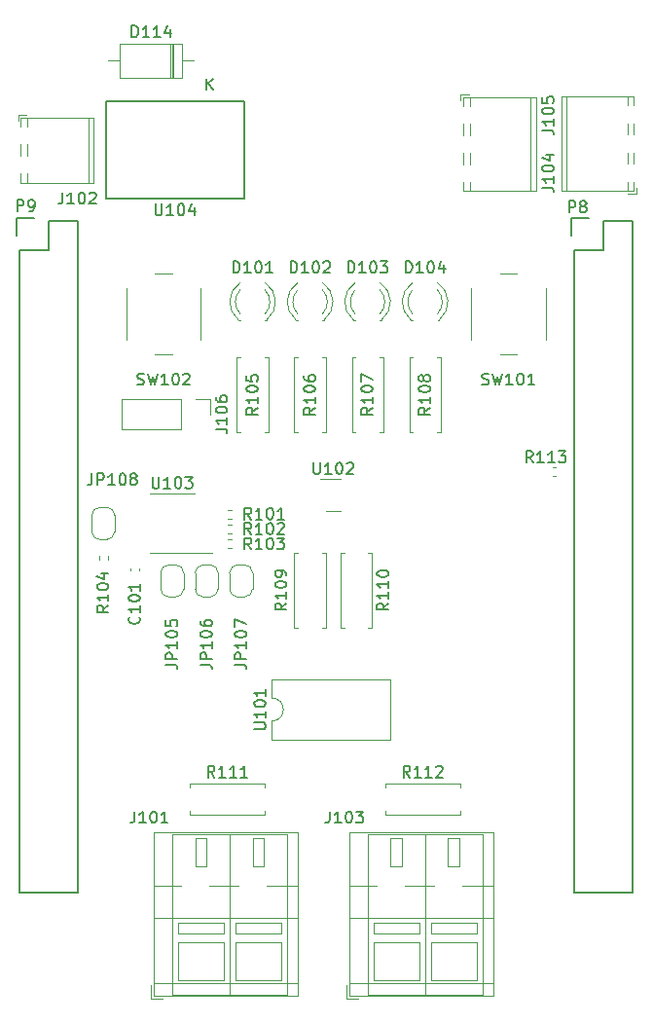
<source format=gbr>
G04 #@! TF.GenerationSoftware,KiCad,Pcbnew,6.0.5+dfsg-1~bpo11+1*
G04 #@! TF.CreationDate,2022-07-02T10:00:14+00:00*
G04 #@! TF.ProjectId,bbbalarm,62626261-6c61-4726-9d2e-6b696361645f,rev?*
G04 #@! TF.SameCoordinates,Original*
G04 #@! TF.FileFunction,Legend,Top*
G04 #@! TF.FilePolarity,Positive*
%FSLAX46Y46*%
G04 Gerber Fmt 4.6, Leading zero omitted, Abs format (unit mm)*
G04 Created by KiCad (PCBNEW 6.0.5+dfsg-1~bpo11+1) date 2022-07-02 10:00:14*
%MOMM*%
%LPD*%
G01*
G04 APERTURE LIST*
%ADD10C,0.150000*%
%ADD11C,0.120000*%
%ADD12R,1.727200X1.727200*%
%ADD13O,1.727200X1.727200*%
%ADD14C,2.000000*%
%ADD15C,1.100000*%
%ADD16R,2.200000X2.200000*%
%ADD17C,2.200000*%
%ADD18O,2.200000X2.200000*%
%ADD19R,1.800000X1.800000*%
%ADD20C,1.800000*%
%ADD21R,1.500000X3.000000*%
%ADD22O,1.500000X3.000000*%
%ADD23C,1.600000*%
%ADD24O,1.600000X1.600000*%
%ADD25R,1.600000X1.600000*%
%ADD26R,1.700000X1.700000*%
%ADD27O,1.700000X1.700000*%
%ADD28R,0.550000X0.250000*%
G04 APERTURE END LIST*
D10*
X162882004Y-60334780D02*
X162882004Y-59334780D01*
X163262957Y-59334780D01*
X163358195Y-59382400D01*
X163405814Y-59430019D01*
X163453433Y-59525257D01*
X163453433Y-59668114D01*
X163405814Y-59763352D01*
X163358195Y-59810971D01*
X163262957Y-59858590D01*
X162882004Y-59858590D01*
X164024861Y-59763352D02*
X163929623Y-59715733D01*
X163882004Y-59668114D01*
X163834385Y-59572876D01*
X163834385Y-59525257D01*
X163882004Y-59430019D01*
X163929623Y-59382400D01*
X164024861Y-59334780D01*
X164215338Y-59334780D01*
X164310576Y-59382400D01*
X164358195Y-59430019D01*
X164405814Y-59525257D01*
X164405814Y-59572876D01*
X164358195Y-59668114D01*
X164310576Y-59715733D01*
X164215338Y-59763352D01*
X164024861Y-59763352D01*
X163929623Y-59810971D01*
X163882004Y-59858590D01*
X163834385Y-59953828D01*
X163834385Y-60144304D01*
X163882004Y-60239542D01*
X163929623Y-60287161D01*
X164024861Y-60334780D01*
X164215338Y-60334780D01*
X164310576Y-60287161D01*
X164358195Y-60239542D01*
X164405814Y-60144304D01*
X164405814Y-59953828D01*
X164358195Y-59858590D01*
X164310576Y-59810971D01*
X164215338Y-59763352D01*
X125477242Y-95501447D02*
X125524861Y-95549066D01*
X125572480Y-95691923D01*
X125572480Y-95787161D01*
X125524861Y-95930019D01*
X125429623Y-96025257D01*
X125334385Y-96072876D01*
X125143909Y-96120495D01*
X125001052Y-96120495D01*
X124810576Y-96072876D01*
X124715338Y-96025257D01*
X124620100Y-95930019D01*
X124572480Y-95787161D01*
X124572480Y-95691923D01*
X124620100Y-95549066D01*
X124667719Y-95501447D01*
X125572480Y-94549066D02*
X125572480Y-95120495D01*
X125572480Y-94834780D02*
X124572480Y-94834780D01*
X124715338Y-94930019D01*
X124810576Y-95025257D01*
X124858195Y-95120495D01*
X124572480Y-93930019D02*
X124572480Y-93834780D01*
X124620100Y-93739542D01*
X124667719Y-93691923D01*
X124762957Y-93644304D01*
X124953433Y-93596685D01*
X125191528Y-93596685D01*
X125382004Y-93644304D01*
X125477242Y-93691923D01*
X125524861Y-93739542D01*
X125572480Y-93834780D01*
X125572480Y-93930019D01*
X125524861Y-94025257D01*
X125477242Y-94072876D01*
X125382004Y-94120495D01*
X125191528Y-94168114D01*
X124953433Y-94168114D01*
X124762957Y-94120495D01*
X124667719Y-94072876D01*
X124620100Y-94025257D01*
X124572480Y-93930019D01*
X125572480Y-92644304D02*
X125572480Y-93215733D01*
X125572480Y-92930019D02*
X124572480Y-92930019D01*
X124715338Y-93025257D01*
X124810576Y-93120495D01*
X124858195Y-93215733D01*
X127822480Y-99668114D02*
X128536766Y-99668114D01*
X128679623Y-99715733D01*
X128774861Y-99810971D01*
X128822480Y-99953828D01*
X128822480Y-100049066D01*
X128822480Y-99191923D02*
X127822480Y-99191923D01*
X127822480Y-98810971D01*
X127870100Y-98715733D01*
X127917719Y-98668114D01*
X128012957Y-98620495D01*
X128155814Y-98620495D01*
X128251052Y-98668114D01*
X128298671Y-98715733D01*
X128346290Y-98810971D01*
X128346290Y-99191923D01*
X128822480Y-97668114D02*
X128822480Y-98239542D01*
X128822480Y-97953828D02*
X127822480Y-97953828D01*
X127965338Y-98049066D01*
X128060576Y-98144304D01*
X128108195Y-98239542D01*
X127822480Y-97049066D02*
X127822480Y-96953828D01*
X127870100Y-96858590D01*
X127917719Y-96810971D01*
X128012957Y-96763352D01*
X128203433Y-96715733D01*
X128441528Y-96715733D01*
X128632004Y-96763352D01*
X128727242Y-96810971D01*
X128774861Y-96858590D01*
X128822480Y-96953828D01*
X128822480Y-97049066D01*
X128774861Y-97144304D01*
X128727242Y-97191923D01*
X128632004Y-97239542D01*
X128441528Y-97287161D01*
X128203433Y-97287161D01*
X128012957Y-97239542D01*
X127917719Y-97191923D01*
X127870100Y-97144304D01*
X127822480Y-97049066D01*
X127822480Y-95810971D02*
X127822480Y-96287161D01*
X128298671Y-96334780D01*
X128251052Y-96287161D01*
X128203433Y-96191923D01*
X128203433Y-95953828D01*
X128251052Y-95858590D01*
X128298671Y-95810971D01*
X128393909Y-95763352D01*
X128632004Y-95763352D01*
X128727242Y-95810971D01*
X128774861Y-95858590D01*
X128822480Y-95953828D01*
X128822480Y-96191923D01*
X128774861Y-96287161D01*
X128727242Y-96334780D01*
X133822480Y-99668114D02*
X134536766Y-99668114D01*
X134679623Y-99715733D01*
X134774861Y-99810971D01*
X134822480Y-99953828D01*
X134822480Y-100049066D01*
X134822480Y-99191923D02*
X133822480Y-99191923D01*
X133822480Y-98810971D01*
X133870100Y-98715733D01*
X133917719Y-98668114D01*
X134012957Y-98620495D01*
X134155814Y-98620495D01*
X134251052Y-98668114D01*
X134298671Y-98715733D01*
X134346290Y-98810971D01*
X134346290Y-99191923D01*
X134822480Y-97668114D02*
X134822480Y-98239542D01*
X134822480Y-97953828D02*
X133822480Y-97953828D01*
X133965338Y-98049066D01*
X134060576Y-98144304D01*
X134108195Y-98239542D01*
X133822480Y-97049066D02*
X133822480Y-96953828D01*
X133870100Y-96858590D01*
X133917719Y-96810971D01*
X134012957Y-96763352D01*
X134203433Y-96715733D01*
X134441528Y-96715733D01*
X134632004Y-96763352D01*
X134727242Y-96810971D01*
X134774861Y-96858590D01*
X134822480Y-96953828D01*
X134822480Y-97049066D01*
X134774861Y-97144304D01*
X134727242Y-97191923D01*
X134632004Y-97239542D01*
X134441528Y-97287161D01*
X134203433Y-97287161D01*
X134012957Y-97239542D01*
X133917719Y-97191923D01*
X133870100Y-97144304D01*
X133822480Y-97049066D01*
X133822480Y-96382400D02*
X133822480Y-95715733D01*
X134822480Y-96144304D01*
X121384385Y-83034780D02*
X121384385Y-83749066D01*
X121336766Y-83891923D01*
X121241528Y-83987161D01*
X121098671Y-84034780D01*
X121003433Y-84034780D01*
X121860576Y-84034780D02*
X121860576Y-83034780D01*
X122241528Y-83034780D01*
X122336766Y-83082400D01*
X122384385Y-83130019D01*
X122432004Y-83225257D01*
X122432004Y-83368114D01*
X122384385Y-83463352D01*
X122336766Y-83510971D01*
X122241528Y-83558590D01*
X121860576Y-83558590D01*
X123384385Y-84034780D02*
X122812957Y-84034780D01*
X123098671Y-84034780D02*
X123098671Y-83034780D01*
X123003433Y-83177638D01*
X122908195Y-83272876D01*
X122812957Y-83320495D01*
X124003433Y-83034780D02*
X124098671Y-83034780D01*
X124193909Y-83082400D01*
X124241528Y-83130019D01*
X124289147Y-83225257D01*
X124336766Y-83415733D01*
X124336766Y-83653828D01*
X124289147Y-83844304D01*
X124241528Y-83939542D01*
X124193909Y-83987161D01*
X124098671Y-84034780D01*
X124003433Y-84034780D01*
X123908195Y-83987161D01*
X123860576Y-83939542D01*
X123812957Y-83844304D01*
X123765338Y-83653828D01*
X123765338Y-83415733D01*
X123812957Y-83225257D01*
X123860576Y-83130019D01*
X123908195Y-83082400D01*
X124003433Y-83034780D01*
X124908195Y-83463352D02*
X124812957Y-83415733D01*
X124765338Y-83368114D01*
X124717719Y-83272876D01*
X124717719Y-83225257D01*
X124765338Y-83130019D01*
X124812957Y-83082400D01*
X124908195Y-83034780D01*
X125098671Y-83034780D01*
X125193909Y-83082400D01*
X125241528Y-83130019D01*
X125289147Y-83225257D01*
X125289147Y-83272876D01*
X125241528Y-83368114D01*
X125193909Y-83415733D01*
X125098671Y-83463352D01*
X124908195Y-83463352D01*
X124812957Y-83510971D01*
X124765338Y-83558590D01*
X124717719Y-83653828D01*
X124717719Y-83844304D01*
X124765338Y-83939542D01*
X124812957Y-83987161D01*
X124908195Y-84034780D01*
X125098671Y-84034780D01*
X125193909Y-83987161D01*
X125241528Y-83939542D01*
X125289147Y-83844304D01*
X125289147Y-83653828D01*
X125241528Y-83558590D01*
X125193909Y-83510971D01*
X125098671Y-83463352D01*
X135251052Y-87034780D02*
X134917719Y-86558590D01*
X134679623Y-87034780D02*
X134679623Y-86034780D01*
X135060576Y-86034780D01*
X135155814Y-86082400D01*
X135203433Y-86130019D01*
X135251052Y-86225257D01*
X135251052Y-86368114D01*
X135203433Y-86463352D01*
X135155814Y-86510971D01*
X135060576Y-86558590D01*
X134679623Y-86558590D01*
X136203433Y-87034780D02*
X135632004Y-87034780D01*
X135917719Y-87034780D02*
X135917719Y-86034780D01*
X135822480Y-86177638D01*
X135727242Y-86272876D01*
X135632004Y-86320495D01*
X136822480Y-86034780D02*
X136917719Y-86034780D01*
X137012957Y-86082400D01*
X137060576Y-86130019D01*
X137108195Y-86225257D01*
X137155814Y-86415733D01*
X137155814Y-86653828D01*
X137108195Y-86844304D01*
X137060576Y-86939542D01*
X137012957Y-86987161D01*
X136917719Y-87034780D01*
X136822480Y-87034780D01*
X136727242Y-86987161D01*
X136679623Y-86939542D01*
X136632004Y-86844304D01*
X136584385Y-86653828D01*
X136584385Y-86415733D01*
X136632004Y-86225257D01*
X136679623Y-86130019D01*
X136727242Y-86082400D01*
X136822480Y-86034780D01*
X138108195Y-87034780D02*
X137536766Y-87034780D01*
X137822480Y-87034780D02*
X137822480Y-86034780D01*
X137727242Y-86177638D01*
X137632004Y-86272876D01*
X137536766Y-86320495D01*
X135251052Y-88334780D02*
X134917719Y-87858590D01*
X134679623Y-88334780D02*
X134679623Y-87334780D01*
X135060576Y-87334780D01*
X135155814Y-87382400D01*
X135203433Y-87430019D01*
X135251052Y-87525257D01*
X135251052Y-87668114D01*
X135203433Y-87763352D01*
X135155814Y-87810971D01*
X135060576Y-87858590D01*
X134679623Y-87858590D01*
X136203433Y-88334780D02*
X135632004Y-88334780D01*
X135917719Y-88334780D02*
X135917719Y-87334780D01*
X135822480Y-87477638D01*
X135727242Y-87572876D01*
X135632004Y-87620495D01*
X136822480Y-87334780D02*
X136917719Y-87334780D01*
X137012957Y-87382400D01*
X137060576Y-87430019D01*
X137108195Y-87525257D01*
X137155814Y-87715733D01*
X137155814Y-87953828D01*
X137108195Y-88144304D01*
X137060576Y-88239542D01*
X137012957Y-88287161D01*
X136917719Y-88334780D01*
X136822480Y-88334780D01*
X136727242Y-88287161D01*
X136679623Y-88239542D01*
X136632004Y-88144304D01*
X136584385Y-87953828D01*
X136584385Y-87715733D01*
X136632004Y-87525257D01*
X136679623Y-87430019D01*
X136727242Y-87382400D01*
X136822480Y-87334780D01*
X137536766Y-87430019D02*
X137584385Y-87382400D01*
X137679623Y-87334780D01*
X137917719Y-87334780D01*
X138012957Y-87382400D01*
X138060576Y-87430019D01*
X138108195Y-87525257D01*
X138108195Y-87620495D01*
X138060576Y-87763352D01*
X137489147Y-88334780D01*
X138108195Y-88334780D01*
X122822480Y-94501447D02*
X122346290Y-94834780D01*
X122822480Y-95072876D02*
X121822480Y-95072876D01*
X121822480Y-94691923D01*
X121870100Y-94596685D01*
X121917719Y-94549066D01*
X122012957Y-94501447D01*
X122155814Y-94501447D01*
X122251052Y-94549066D01*
X122298671Y-94596685D01*
X122346290Y-94691923D01*
X122346290Y-95072876D01*
X122822480Y-93549066D02*
X122822480Y-94120495D01*
X122822480Y-93834780D02*
X121822480Y-93834780D01*
X121965338Y-93930019D01*
X122060576Y-94025257D01*
X122108195Y-94120495D01*
X121822480Y-92930019D02*
X121822480Y-92834780D01*
X121870100Y-92739542D01*
X121917719Y-92691923D01*
X122012957Y-92644304D01*
X122203433Y-92596685D01*
X122441528Y-92596685D01*
X122632004Y-92644304D01*
X122727242Y-92691923D01*
X122774861Y-92739542D01*
X122822480Y-92834780D01*
X122822480Y-92930019D01*
X122774861Y-93025257D01*
X122727242Y-93072876D01*
X122632004Y-93120495D01*
X122441528Y-93168114D01*
X122203433Y-93168114D01*
X122012957Y-93120495D01*
X121917719Y-93072876D01*
X121870100Y-93025257D01*
X121822480Y-92930019D01*
X122155814Y-91739542D02*
X122822480Y-91739542D01*
X121774861Y-91977638D02*
X122489147Y-92215733D01*
X122489147Y-91596685D01*
X155334385Y-75287161D02*
X155477242Y-75334780D01*
X155715338Y-75334780D01*
X155810576Y-75287161D01*
X155858195Y-75239542D01*
X155905814Y-75144304D01*
X155905814Y-75049066D01*
X155858195Y-74953828D01*
X155810576Y-74906209D01*
X155715338Y-74858590D01*
X155524861Y-74810971D01*
X155429623Y-74763352D01*
X155382004Y-74715733D01*
X155334385Y-74620495D01*
X155334385Y-74525257D01*
X155382004Y-74430019D01*
X155429623Y-74382400D01*
X155524861Y-74334780D01*
X155762957Y-74334780D01*
X155905814Y-74382400D01*
X156239147Y-74334780D02*
X156477242Y-75334780D01*
X156667719Y-74620495D01*
X156858195Y-75334780D01*
X157096290Y-74334780D01*
X158001052Y-75334780D02*
X157429623Y-75334780D01*
X157715338Y-75334780D02*
X157715338Y-74334780D01*
X157620100Y-74477638D01*
X157524861Y-74572876D01*
X157429623Y-74620495D01*
X158620100Y-74334780D02*
X158715338Y-74334780D01*
X158810576Y-74382400D01*
X158858195Y-74430019D01*
X158905814Y-74525257D01*
X158953433Y-74715733D01*
X158953433Y-74953828D01*
X158905814Y-75144304D01*
X158858195Y-75239542D01*
X158810576Y-75287161D01*
X158715338Y-75334780D01*
X158620100Y-75334780D01*
X158524861Y-75287161D01*
X158477242Y-75239542D01*
X158429623Y-75144304D01*
X158382004Y-74953828D01*
X158382004Y-74715733D01*
X158429623Y-74525257D01*
X158477242Y-74430019D01*
X158524861Y-74382400D01*
X158620100Y-74334780D01*
X159905814Y-75334780D02*
X159334385Y-75334780D01*
X159620100Y-75334780D02*
X159620100Y-74334780D01*
X159524861Y-74477638D01*
X159429623Y-74572876D01*
X159334385Y-74620495D01*
X125334385Y-75287161D02*
X125477242Y-75334780D01*
X125715338Y-75334780D01*
X125810576Y-75287161D01*
X125858195Y-75239542D01*
X125905814Y-75144304D01*
X125905814Y-75049066D01*
X125858195Y-74953828D01*
X125810576Y-74906209D01*
X125715338Y-74858590D01*
X125524861Y-74810971D01*
X125429623Y-74763352D01*
X125382004Y-74715733D01*
X125334385Y-74620495D01*
X125334385Y-74525257D01*
X125382004Y-74430019D01*
X125429623Y-74382400D01*
X125524861Y-74334780D01*
X125762957Y-74334780D01*
X125905814Y-74382400D01*
X126239147Y-74334780D02*
X126477242Y-75334780D01*
X126667719Y-74620495D01*
X126858195Y-75334780D01*
X127096290Y-74334780D01*
X128001052Y-75334780D02*
X127429623Y-75334780D01*
X127715338Y-75334780D02*
X127715338Y-74334780D01*
X127620100Y-74477638D01*
X127524861Y-74572876D01*
X127429623Y-74620495D01*
X128620100Y-74334780D02*
X128715338Y-74334780D01*
X128810576Y-74382400D01*
X128858195Y-74430019D01*
X128905814Y-74525257D01*
X128953433Y-74715733D01*
X128953433Y-74953828D01*
X128905814Y-75144304D01*
X128858195Y-75239542D01*
X128810576Y-75287161D01*
X128715338Y-75334780D01*
X128620100Y-75334780D01*
X128524861Y-75287161D01*
X128477242Y-75239542D01*
X128429623Y-75144304D01*
X128382004Y-74953828D01*
X128382004Y-74715733D01*
X128429623Y-74525257D01*
X128477242Y-74430019D01*
X128524861Y-74382400D01*
X128620100Y-74334780D01*
X129334385Y-74430019D02*
X129382004Y-74382400D01*
X129477242Y-74334780D01*
X129715338Y-74334780D01*
X129810576Y-74382400D01*
X129858195Y-74430019D01*
X129905814Y-74525257D01*
X129905814Y-74620495D01*
X129858195Y-74763352D01*
X129286766Y-75334780D01*
X129905814Y-75334780D01*
X126655814Y-83334780D02*
X126655814Y-84144304D01*
X126703433Y-84239542D01*
X126751052Y-84287161D01*
X126846290Y-84334780D01*
X127036766Y-84334780D01*
X127132004Y-84287161D01*
X127179623Y-84239542D01*
X127227242Y-84144304D01*
X127227242Y-83334780D01*
X128227242Y-84334780D02*
X127655814Y-84334780D01*
X127941528Y-84334780D02*
X127941528Y-83334780D01*
X127846290Y-83477638D01*
X127751052Y-83572876D01*
X127655814Y-83620495D01*
X128846290Y-83334780D02*
X128941528Y-83334780D01*
X129036766Y-83382400D01*
X129084385Y-83430019D01*
X129132004Y-83525257D01*
X129179623Y-83715733D01*
X129179623Y-83953828D01*
X129132004Y-84144304D01*
X129084385Y-84239542D01*
X129036766Y-84287161D01*
X128941528Y-84334780D01*
X128846290Y-84334780D01*
X128751052Y-84287161D01*
X128703433Y-84239542D01*
X128655814Y-84144304D01*
X128608195Y-83953828D01*
X128608195Y-83715733D01*
X128655814Y-83525257D01*
X128703433Y-83430019D01*
X128751052Y-83382400D01*
X128846290Y-83334780D01*
X129512957Y-83334780D02*
X130132004Y-83334780D01*
X129798671Y-83715733D01*
X129941528Y-83715733D01*
X130036766Y-83763352D01*
X130084385Y-83810971D01*
X130132004Y-83906209D01*
X130132004Y-84144304D01*
X130084385Y-84239542D01*
X130036766Y-84287161D01*
X129941528Y-84334780D01*
X129655814Y-84334780D01*
X129560576Y-84287161D01*
X129512957Y-84239542D01*
X135251052Y-89634780D02*
X134917719Y-89158590D01*
X134679623Y-89634780D02*
X134679623Y-88634780D01*
X135060576Y-88634780D01*
X135155814Y-88682400D01*
X135203433Y-88730019D01*
X135251052Y-88825257D01*
X135251052Y-88968114D01*
X135203433Y-89063352D01*
X135155814Y-89110971D01*
X135060576Y-89158590D01*
X134679623Y-89158590D01*
X136203433Y-89634780D02*
X135632004Y-89634780D01*
X135917719Y-89634780D02*
X135917719Y-88634780D01*
X135822480Y-88777638D01*
X135727242Y-88872876D01*
X135632004Y-88920495D01*
X136822480Y-88634780D02*
X136917719Y-88634780D01*
X137012957Y-88682400D01*
X137060576Y-88730019D01*
X137108195Y-88825257D01*
X137155814Y-89015733D01*
X137155814Y-89253828D01*
X137108195Y-89444304D01*
X137060576Y-89539542D01*
X137012957Y-89587161D01*
X136917719Y-89634780D01*
X136822480Y-89634780D01*
X136727242Y-89587161D01*
X136679623Y-89539542D01*
X136632004Y-89444304D01*
X136584385Y-89253828D01*
X136584385Y-89015733D01*
X136632004Y-88825257D01*
X136679623Y-88730019D01*
X136727242Y-88682400D01*
X136822480Y-88634780D01*
X137489147Y-88634780D02*
X138108195Y-88634780D01*
X137774861Y-89015733D01*
X137917719Y-89015733D01*
X138012957Y-89063352D01*
X138060576Y-89110971D01*
X138108195Y-89206209D01*
X138108195Y-89444304D01*
X138060576Y-89539542D01*
X138012957Y-89587161D01*
X137917719Y-89634780D01*
X137632004Y-89634780D01*
X137536766Y-89587161D01*
X137489147Y-89539542D01*
X130822480Y-99668114D02*
X131536766Y-99668114D01*
X131679623Y-99715733D01*
X131774861Y-99810971D01*
X131822480Y-99953828D01*
X131822480Y-100049066D01*
X131822480Y-99191923D02*
X130822480Y-99191923D01*
X130822480Y-98810971D01*
X130870100Y-98715733D01*
X130917719Y-98668114D01*
X131012957Y-98620495D01*
X131155814Y-98620495D01*
X131251052Y-98668114D01*
X131298671Y-98715733D01*
X131346290Y-98810971D01*
X131346290Y-99191923D01*
X131822480Y-97668114D02*
X131822480Y-98239542D01*
X131822480Y-97953828D02*
X130822480Y-97953828D01*
X130965338Y-98049066D01*
X131060576Y-98144304D01*
X131108195Y-98239542D01*
X130822480Y-97049066D02*
X130822480Y-96953828D01*
X130870100Y-96858590D01*
X130917719Y-96810971D01*
X131012957Y-96763352D01*
X131203433Y-96715733D01*
X131441528Y-96715733D01*
X131632004Y-96763352D01*
X131727242Y-96810971D01*
X131774861Y-96858590D01*
X131822480Y-96953828D01*
X131822480Y-97049066D01*
X131774861Y-97144304D01*
X131727242Y-97191923D01*
X131632004Y-97239542D01*
X131441528Y-97287161D01*
X131203433Y-97287161D01*
X131012957Y-97239542D01*
X130917719Y-97191923D01*
X130870100Y-97144304D01*
X130822480Y-97049066D01*
X130822480Y-95858590D02*
X130822480Y-96049066D01*
X130870100Y-96144304D01*
X130917719Y-96191923D01*
X131060576Y-96287161D01*
X131251052Y-96334780D01*
X131632004Y-96334780D01*
X131727242Y-96287161D01*
X131774861Y-96239542D01*
X131822480Y-96144304D01*
X131822480Y-95953828D01*
X131774861Y-95858590D01*
X131727242Y-95810971D01*
X131632004Y-95763352D01*
X131393909Y-95763352D01*
X131298671Y-95810971D01*
X131251052Y-95858590D01*
X131203433Y-95953828D01*
X131203433Y-96144304D01*
X131251052Y-96239542D01*
X131298671Y-96287161D01*
X131393909Y-96334780D01*
X118834385Y-58584780D02*
X118834385Y-59299066D01*
X118786766Y-59441923D01*
X118691528Y-59537161D01*
X118548671Y-59584780D01*
X118453433Y-59584780D01*
X119834385Y-59584780D02*
X119262957Y-59584780D01*
X119548671Y-59584780D02*
X119548671Y-58584780D01*
X119453433Y-58727638D01*
X119358195Y-58822876D01*
X119262957Y-58870495D01*
X120453433Y-58584780D02*
X120548671Y-58584780D01*
X120643909Y-58632400D01*
X120691528Y-58680019D01*
X120739147Y-58775257D01*
X120786766Y-58965733D01*
X120786766Y-59203828D01*
X120739147Y-59394304D01*
X120691528Y-59489542D01*
X120643909Y-59537161D01*
X120548671Y-59584780D01*
X120453433Y-59584780D01*
X120358195Y-59537161D01*
X120310576Y-59489542D01*
X120262957Y-59394304D01*
X120215338Y-59203828D01*
X120215338Y-58965733D01*
X120262957Y-58775257D01*
X120310576Y-58680019D01*
X120358195Y-58632400D01*
X120453433Y-58584780D01*
X121167719Y-58680019D02*
X121215338Y-58632400D01*
X121310576Y-58584780D01*
X121548671Y-58584780D01*
X121643909Y-58632400D01*
X121691528Y-58680019D01*
X121739147Y-58775257D01*
X121739147Y-58870495D01*
X121691528Y-59013352D01*
X121120100Y-59584780D01*
X121739147Y-59584780D01*
X126905814Y-59584780D02*
X126905814Y-60394304D01*
X126953433Y-60489542D01*
X127001052Y-60537161D01*
X127096290Y-60584780D01*
X127286766Y-60584780D01*
X127382004Y-60537161D01*
X127429623Y-60489542D01*
X127477242Y-60394304D01*
X127477242Y-59584780D01*
X128477242Y-60584780D02*
X127905814Y-60584780D01*
X128191528Y-60584780D02*
X128191528Y-59584780D01*
X128096290Y-59727638D01*
X128001052Y-59822876D01*
X127905814Y-59870495D01*
X129096290Y-59584780D02*
X129191528Y-59584780D01*
X129286766Y-59632400D01*
X129334385Y-59680019D01*
X129382004Y-59775257D01*
X129429623Y-59965733D01*
X129429623Y-60203828D01*
X129382004Y-60394304D01*
X129334385Y-60489542D01*
X129286766Y-60537161D01*
X129191528Y-60584780D01*
X129096290Y-60584780D01*
X129001052Y-60537161D01*
X128953433Y-60489542D01*
X128905814Y-60394304D01*
X128858195Y-60203828D01*
X128858195Y-59965733D01*
X128905814Y-59775257D01*
X128953433Y-59680019D01*
X129001052Y-59632400D01*
X129096290Y-59584780D01*
X130286766Y-59918114D02*
X130286766Y-60584780D01*
X130048671Y-59537161D02*
X129810576Y-60251447D01*
X130429623Y-60251447D01*
X124849623Y-45084780D02*
X124849623Y-44084780D01*
X125087719Y-44084780D01*
X125230576Y-44132400D01*
X125325814Y-44227638D01*
X125373433Y-44322876D01*
X125421052Y-44513352D01*
X125421052Y-44656209D01*
X125373433Y-44846685D01*
X125325814Y-44941923D01*
X125230576Y-45037161D01*
X125087719Y-45084780D01*
X124849623Y-45084780D01*
X126373433Y-45084780D02*
X125802004Y-45084780D01*
X126087719Y-45084780D02*
X126087719Y-44084780D01*
X125992480Y-44227638D01*
X125897242Y-44322876D01*
X125802004Y-44370495D01*
X127325814Y-45084780D02*
X126754385Y-45084780D01*
X127040100Y-45084780D02*
X127040100Y-44084780D01*
X126944861Y-44227638D01*
X126849623Y-44322876D01*
X126754385Y-44370495D01*
X128182957Y-44418114D02*
X128182957Y-45084780D01*
X127944861Y-44037161D02*
X127706766Y-44751447D01*
X128325814Y-44751447D01*
X131358195Y-49684780D02*
X131358195Y-48684780D01*
X131929623Y-49684780D02*
X131501052Y-49113352D01*
X131929623Y-48684780D02*
X131358195Y-49256209D01*
X133679623Y-65584780D02*
X133679623Y-64584780D01*
X133917719Y-64584780D01*
X134060576Y-64632400D01*
X134155814Y-64727638D01*
X134203433Y-64822876D01*
X134251052Y-65013352D01*
X134251052Y-65156209D01*
X134203433Y-65346685D01*
X134155814Y-65441923D01*
X134060576Y-65537161D01*
X133917719Y-65584780D01*
X133679623Y-65584780D01*
X135203433Y-65584780D02*
X134632004Y-65584780D01*
X134917719Y-65584780D02*
X134917719Y-64584780D01*
X134822480Y-64727638D01*
X134727242Y-64822876D01*
X134632004Y-64870495D01*
X135822480Y-64584780D02*
X135917719Y-64584780D01*
X136012957Y-64632400D01*
X136060576Y-64680019D01*
X136108195Y-64775257D01*
X136155814Y-64965733D01*
X136155814Y-65203828D01*
X136108195Y-65394304D01*
X136060576Y-65489542D01*
X136012957Y-65537161D01*
X135917719Y-65584780D01*
X135822480Y-65584780D01*
X135727242Y-65537161D01*
X135679623Y-65489542D01*
X135632004Y-65394304D01*
X135584385Y-65203828D01*
X135584385Y-64965733D01*
X135632004Y-64775257D01*
X135679623Y-64680019D01*
X135727242Y-64632400D01*
X135822480Y-64584780D01*
X137108195Y-65584780D02*
X136536766Y-65584780D01*
X136822480Y-65584780D02*
X136822480Y-64584780D01*
X136727242Y-64727638D01*
X136632004Y-64822876D01*
X136536766Y-64870495D01*
X138679623Y-65584780D02*
X138679623Y-64584780D01*
X138917719Y-64584780D01*
X139060576Y-64632400D01*
X139155814Y-64727638D01*
X139203433Y-64822876D01*
X139251052Y-65013352D01*
X139251052Y-65156209D01*
X139203433Y-65346685D01*
X139155814Y-65441923D01*
X139060576Y-65537161D01*
X138917719Y-65584780D01*
X138679623Y-65584780D01*
X140203433Y-65584780D02*
X139632004Y-65584780D01*
X139917719Y-65584780D02*
X139917719Y-64584780D01*
X139822480Y-64727638D01*
X139727242Y-64822876D01*
X139632004Y-64870495D01*
X140822480Y-64584780D02*
X140917719Y-64584780D01*
X141012957Y-64632400D01*
X141060576Y-64680019D01*
X141108195Y-64775257D01*
X141155814Y-64965733D01*
X141155814Y-65203828D01*
X141108195Y-65394304D01*
X141060576Y-65489542D01*
X141012957Y-65537161D01*
X140917719Y-65584780D01*
X140822480Y-65584780D01*
X140727242Y-65537161D01*
X140679623Y-65489542D01*
X140632004Y-65394304D01*
X140584385Y-65203828D01*
X140584385Y-64965733D01*
X140632004Y-64775257D01*
X140679623Y-64680019D01*
X140727242Y-64632400D01*
X140822480Y-64584780D01*
X141536766Y-64680019D02*
X141584385Y-64632400D01*
X141679623Y-64584780D01*
X141917719Y-64584780D01*
X142012957Y-64632400D01*
X142060576Y-64680019D01*
X142108195Y-64775257D01*
X142108195Y-64870495D01*
X142060576Y-65013352D01*
X141489147Y-65584780D01*
X142108195Y-65584780D01*
X143679623Y-65584780D02*
X143679623Y-64584780D01*
X143917719Y-64584780D01*
X144060576Y-64632400D01*
X144155814Y-64727638D01*
X144203433Y-64822876D01*
X144251052Y-65013352D01*
X144251052Y-65156209D01*
X144203433Y-65346685D01*
X144155814Y-65441923D01*
X144060576Y-65537161D01*
X143917719Y-65584780D01*
X143679623Y-65584780D01*
X145203433Y-65584780D02*
X144632004Y-65584780D01*
X144917719Y-65584780D02*
X144917719Y-64584780D01*
X144822480Y-64727638D01*
X144727242Y-64822876D01*
X144632004Y-64870495D01*
X145822480Y-64584780D02*
X145917719Y-64584780D01*
X146012957Y-64632400D01*
X146060576Y-64680019D01*
X146108195Y-64775257D01*
X146155814Y-64965733D01*
X146155814Y-65203828D01*
X146108195Y-65394304D01*
X146060576Y-65489542D01*
X146012957Y-65537161D01*
X145917719Y-65584780D01*
X145822480Y-65584780D01*
X145727242Y-65537161D01*
X145679623Y-65489542D01*
X145632004Y-65394304D01*
X145584385Y-65203828D01*
X145584385Y-64965733D01*
X145632004Y-64775257D01*
X145679623Y-64680019D01*
X145727242Y-64632400D01*
X145822480Y-64584780D01*
X146489147Y-64584780D02*
X147108195Y-64584780D01*
X146774861Y-64965733D01*
X146917719Y-64965733D01*
X147012957Y-65013352D01*
X147060576Y-65060971D01*
X147108195Y-65156209D01*
X147108195Y-65394304D01*
X147060576Y-65489542D01*
X147012957Y-65537161D01*
X146917719Y-65584780D01*
X146632004Y-65584780D01*
X146536766Y-65537161D01*
X146489147Y-65489542D01*
X148679623Y-65584780D02*
X148679623Y-64584780D01*
X148917719Y-64584780D01*
X149060576Y-64632400D01*
X149155814Y-64727638D01*
X149203433Y-64822876D01*
X149251052Y-65013352D01*
X149251052Y-65156209D01*
X149203433Y-65346685D01*
X149155814Y-65441923D01*
X149060576Y-65537161D01*
X148917719Y-65584780D01*
X148679623Y-65584780D01*
X150203433Y-65584780D02*
X149632004Y-65584780D01*
X149917719Y-65584780D02*
X149917719Y-64584780D01*
X149822480Y-64727638D01*
X149727242Y-64822876D01*
X149632004Y-64870495D01*
X150822480Y-64584780D02*
X150917719Y-64584780D01*
X151012957Y-64632400D01*
X151060576Y-64680019D01*
X151108195Y-64775257D01*
X151155814Y-64965733D01*
X151155814Y-65203828D01*
X151108195Y-65394304D01*
X151060576Y-65489542D01*
X151012957Y-65537161D01*
X150917719Y-65584780D01*
X150822480Y-65584780D01*
X150727242Y-65537161D01*
X150679623Y-65489542D01*
X150632004Y-65394304D01*
X150584385Y-65203828D01*
X150584385Y-64965733D01*
X150632004Y-64775257D01*
X150679623Y-64680019D01*
X150727242Y-64632400D01*
X150822480Y-64584780D01*
X152012957Y-64918114D02*
X152012957Y-65584780D01*
X151774861Y-64537161D02*
X151536766Y-65251447D01*
X152155814Y-65251447D01*
X125084385Y-112434780D02*
X125084385Y-113149066D01*
X125036766Y-113291923D01*
X124941528Y-113387161D01*
X124798671Y-113434780D01*
X124703433Y-113434780D01*
X126084385Y-113434780D02*
X125512957Y-113434780D01*
X125798671Y-113434780D02*
X125798671Y-112434780D01*
X125703433Y-112577638D01*
X125608195Y-112672876D01*
X125512957Y-112720495D01*
X126703433Y-112434780D02*
X126798671Y-112434780D01*
X126893909Y-112482400D01*
X126941528Y-112530019D01*
X126989147Y-112625257D01*
X127036766Y-112815733D01*
X127036766Y-113053828D01*
X126989147Y-113244304D01*
X126941528Y-113339542D01*
X126893909Y-113387161D01*
X126798671Y-113434780D01*
X126703433Y-113434780D01*
X126608195Y-113387161D01*
X126560576Y-113339542D01*
X126512957Y-113244304D01*
X126465338Y-113053828D01*
X126465338Y-112815733D01*
X126512957Y-112625257D01*
X126560576Y-112530019D01*
X126608195Y-112482400D01*
X126703433Y-112434780D01*
X127989147Y-113434780D02*
X127417719Y-113434780D01*
X127703433Y-113434780D02*
X127703433Y-112434780D01*
X127608195Y-112577638D01*
X127512957Y-112672876D01*
X127417719Y-112720495D01*
X142084385Y-112434780D02*
X142084385Y-113149066D01*
X142036766Y-113291923D01*
X141941528Y-113387161D01*
X141798671Y-113434780D01*
X141703433Y-113434780D01*
X143084385Y-113434780D02*
X142512957Y-113434780D01*
X142798671Y-113434780D02*
X142798671Y-112434780D01*
X142703433Y-112577638D01*
X142608195Y-112672876D01*
X142512957Y-112720495D01*
X143703433Y-112434780D02*
X143798671Y-112434780D01*
X143893909Y-112482400D01*
X143941528Y-112530019D01*
X143989147Y-112625257D01*
X144036766Y-112815733D01*
X144036766Y-113053828D01*
X143989147Y-113244304D01*
X143941528Y-113339542D01*
X143893909Y-113387161D01*
X143798671Y-113434780D01*
X143703433Y-113434780D01*
X143608195Y-113387161D01*
X143560576Y-113339542D01*
X143512957Y-113244304D01*
X143465338Y-113053828D01*
X143465338Y-112815733D01*
X143512957Y-112625257D01*
X143560576Y-112530019D01*
X143608195Y-112482400D01*
X143703433Y-112434780D01*
X144370100Y-112434780D02*
X144989147Y-112434780D01*
X144655814Y-112815733D01*
X144798671Y-112815733D01*
X144893909Y-112863352D01*
X144941528Y-112910971D01*
X144989147Y-113006209D01*
X144989147Y-113244304D01*
X144941528Y-113339542D01*
X144893909Y-113387161D01*
X144798671Y-113434780D01*
X144512957Y-113434780D01*
X144417719Y-113387161D01*
X144370100Y-113339542D01*
X135822480Y-77311447D02*
X135346290Y-77644780D01*
X135822480Y-77882876D02*
X134822480Y-77882876D01*
X134822480Y-77501923D01*
X134870100Y-77406685D01*
X134917719Y-77359066D01*
X135012957Y-77311447D01*
X135155814Y-77311447D01*
X135251052Y-77359066D01*
X135298671Y-77406685D01*
X135346290Y-77501923D01*
X135346290Y-77882876D01*
X135822480Y-76359066D02*
X135822480Y-76930495D01*
X135822480Y-76644780D02*
X134822480Y-76644780D01*
X134965338Y-76740019D01*
X135060576Y-76835257D01*
X135108195Y-76930495D01*
X134822480Y-75740019D02*
X134822480Y-75644780D01*
X134870100Y-75549542D01*
X134917719Y-75501923D01*
X135012957Y-75454304D01*
X135203433Y-75406685D01*
X135441528Y-75406685D01*
X135632004Y-75454304D01*
X135727242Y-75501923D01*
X135774861Y-75549542D01*
X135822480Y-75644780D01*
X135822480Y-75740019D01*
X135774861Y-75835257D01*
X135727242Y-75882876D01*
X135632004Y-75930495D01*
X135441528Y-75978114D01*
X135203433Y-75978114D01*
X135012957Y-75930495D01*
X134917719Y-75882876D01*
X134870100Y-75835257D01*
X134822480Y-75740019D01*
X134822480Y-74501923D02*
X134822480Y-74978114D01*
X135298671Y-75025733D01*
X135251052Y-74978114D01*
X135203433Y-74882876D01*
X135203433Y-74644780D01*
X135251052Y-74549542D01*
X135298671Y-74501923D01*
X135393909Y-74454304D01*
X135632004Y-74454304D01*
X135727242Y-74501923D01*
X135774861Y-74549542D01*
X135822480Y-74644780D01*
X135822480Y-74882876D01*
X135774861Y-74978114D01*
X135727242Y-75025733D01*
X140822480Y-77311447D02*
X140346290Y-77644780D01*
X140822480Y-77882876D02*
X139822480Y-77882876D01*
X139822480Y-77501923D01*
X139870100Y-77406685D01*
X139917719Y-77359066D01*
X140012957Y-77311447D01*
X140155814Y-77311447D01*
X140251052Y-77359066D01*
X140298671Y-77406685D01*
X140346290Y-77501923D01*
X140346290Y-77882876D01*
X140822480Y-76359066D02*
X140822480Y-76930495D01*
X140822480Y-76644780D02*
X139822480Y-76644780D01*
X139965338Y-76740019D01*
X140060576Y-76835257D01*
X140108195Y-76930495D01*
X139822480Y-75740019D02*
X139822480Y-75644780D01*
X139870100Y-75549542D01*
X139917719Y-75501923D01*
X140012957Y-75454304D01*
X140203433Y-75406685D01*
X140441528Y-75406685D01*
X140632004Y-75454304D01*
X140727242Y-75501923D01*
X140774861Y-75549542D01*
X140822480Y-75644780D01*
X140822480Y-75740019D01*
X140774861Y-75835257D01*
X140727242Y-75882876D01*
X140632004Y-75930495D01*
X140441528Y-75978114D01*
X140203433Y-75978114D01*
X140012957Y-75930495D01*
X139917719Y-75882876D01*
X139870100Y-75835257D01*
X139822480Y-75740019D01*
X139822480Y-74549542D02*
X139822480Y-74740019D01*
X139870100Y-74835257D01*
X139917719Y-74882876D01*
X140060576Y-74978114D01*
X140251052Y-75025733D01*
X140632004Y-75025733D01*
X140727242Y-74978114D01*
X140774861Y-74930495D01*
X140822480Y-74835257D01*
X140822480Y-74644780D01*
X140774861Y-74549542D01*
X140727242Y-74501923D01*
X140632004Y-74454304D01*
X140393909Y-74454304D01*
X140298671Y-74501923D01*
X140251052Y-74549542D01*
X140203433Y-74644780D01*
X140203433Y-74835257D01*
X140251052Y-74930495D01*
X140298671Y-74978114D01*
X140393909Y-75025733D01*
X145822480Y-77311447D02*
X145346290Y-77644780D01*
X145822480Y-77882876D02*
X144822480Y-77882876D01*
X144822480Y-77501923D01*
X144870100Y-77406685D01*
X144917719Y-77359066D01*
X145012957Y-77311447D01*
X145155814Y-77311447D01*
X145251052Y-77359066D01*
X145298671Y-77406685D01*
X145346290Y-77501923D01*
X145346290Y-77882876D01*
X145822480Y-76359066D02*
X145822480Y-76930495D01*
X145822480Y-76644780D02*
X144822480Y-76644780D01*
X144965338Y-76740019D01*
X145060576Y-76835257D01*
X145108195Y-76930495D01*
X144822480Y-75740019D02*
X144822480Y-75644780D01*
X144870100Y-75549542D01*
X144917719Y-75501923D01*
X145012957Y-75454304D01*
X145203433Y-75406685D01*
X145441528Y-75406685D01*
X145632004Y-75454304D01*
X145727242Y-75501923D01*
X145774861Y-75549542D01*
X145822480Y-75644780D01*
X145822480Y-75740019D01*
X145774861Y-75835257D01*
X145727242Y-75882876D01*
X145632004Y-75930495D01*
X145441528Y-75978114D01*
X145203433Y-75978114D01*
X145012957Y-75930495D01*
X144917719Y-75882876D01*
X144870100Y-75835257D01*
X144822480Y-75740019D01*
X144822480Y-75073352D02*
X144822480Y-74406685D01*
X145822480Y-74835257D01*
X150822480Y-77311447D02*
X150346290Y-77644780D01*
X150822480Y-77882876D02*
X149822480Y-77882876D01*
X149822480Y-77501923D01*
X149870100Y-77406685D01*
X149917719Y-77359066D01*
X150012957Y-77311447D01*
X150155814Y-77311447D01*
X150251052Y-77359066D01*
X150298671Y-77406685D01*
X150346290Y-77501923D01*
X150346290Y-77882876D01*
X150822480Y-76359066D02*
X150822480Y-76930495D01*
X150822480Y-76644780D02*
X149822480Y-76644780D01*
X149965338Y-76740019D01*
X150060576Y-76835257D01*
X150108195Y-76930495D01*
X149822480Y-75740019D02*
X149822480Y-75644780D01*
X149870100Y-75549542D01*
X149917719Y-75501923D01*
X150012957Y-75454304D01*
X150203433Y-75406685D01*
X150441528Y-75406685D01*
X150632004Y-75454304D01*
X150727242Y-75501923D01*
X150774861Y-75549542D01*
X150822480Y-75644780D01*
X150822480Y-75740019D01*
X150774861Y-75835257D01*
X150727242Y-75882876D01*
X150632004Y-75930495D01*
X150441528Y-75978114D01*
X150203433Y-75978114D01*
X150012957Y-75930495D01*
X149917719Y-75882876D01*
X149870100Y-75835257D01*
X149822480Y-75740019D01*
X150251052Y-74835257D02*
X150203433Y-74930495D01*
X150155814Y-74978114D01*
X150060576Y-75025733D01*
X150012957Y-75025733D01*
X149917719Y-74978114D01*
X149870100Y-74930495D01*
X149822480Y-74835257D01*
X149822480Y-74644780D01*
X149870100Y-74549542D01*
X149917719Y-74501923D01*
X150012957Y-74454304D01*
X150060576Y-74454304D01*
X150155814Y-74501923D01*
X150203433Y-74549542D01*
X150251052Y-74644780D01*
X150251052Y-74835257D01*
X150298671Y-74930495D01*
X150346290Y-74978114D01*
X150441528Y-75025733D01*
X150632004Y-75025733D01*
X150727242Y-74978114D01*
X150774861Y-74930495D01*
X150822480Y-74835257D01*
X150822480Y-74644780D01*
X150774861Y-74549542D01*
X150727242Y-74501923D01*
X150632004Y-74454304D01*
X150441528Y-74454304D01*
X150346290Y-74501923D01*
X150298671Y-74549542D01*
X150251052Y-74644780D01*
X138322480Y-94311447D02*
X137846290Y-94644780D01*
X138322480Y-94882876D02*
X137322480Y-94882876D01*
X137322480Y-94501923D01*
X137370100Y-94406685D01*
X137417719Y-94359066D01*
X137512957Y-94311447D01*
X137655814Y-94311447D01*
X137751052Y-94359066D01*
X137798671Y-94406685D01*
X137846290Y-94501923D01*
X137846290Y-94882876D01*
X138322480Y-93359066D02*
X138322480Y-93930495D01*
X138322480Y-93644780D02*
X137322480Y-93644780D01*
X137465338Y-93740019D01*
X137560576Y-93835257D01*
X137608195Y-93930495D01*
X137322480Y-92740019D02*
X137322480Y-92644780D01*
X137370100Y-92549542D01*
X137417719Y-92501923D01*
X137512957Y-92454304D01*
X137703433Y-92406685D01*
X137941528Y-92406685D01*
X138132004Y-92454304D01*
X138227242Y-92501923D01*
X138274861Y-92549542D01*
X138322480Y-92644780D01*
X138322480Y-92740019D01*
X138274861Y-92835257D01*
X138227242Y-92882876D01*
X138132004Y-92930495D01*
X137941528Y-92978114D01*
X137703433Y-92978114D01*
X137512957Y-92930495D01*
X137417719Y-92882876D01*
X137370100Y-92835257D01*
X137322480Y-92740019D01*
X138322480Y-91930495D02*
X138322480Y-91740019D01*
X138274861Y-91644780D01*
X138227242Y-91597161D01*
X138084385Y-91501923D01*
X137893909Y-91454304D01*
X137512957Y-91454304D01*
X137417719Y-91501923D01*
X137370100Y-91549542D01*
X137322480Y-91644780D01*
X137322480Y-91835257D01*
X137370100Y-91930495D01*
X137417719Y-91978114D01*
X137512957Y-92025733D01*
X137751052Y-92025733D01*
X137846290Y-91978114D01*
X137893909Y-91930495D01*
X137941528Y-91835257D01*
X137941528Y-91644780D01*
X137893909Y-91549542D01*
X137846290Y-91501923D01*
X137751052Y-91454304D01*
X147192480Y-94311447D02*
X146716290Y-94644780D01*
X147192480Y-94882876D02*
X146192480Y-94882876D01*
X146192480Y-94501923D01*
X146240100Y-94406685D01*
X146287719Y-94359066D01*
X146382957Y-94311447D01*
X146525814Y-94311447D01*
X146621052Y-94359066D01*
X146668671Y-94406685D01*
X146716290Y-94501923D01*
X146716290Y-94882876D01*
X147192480Y-93359066D02*
X147192480Y-93930495D01*
X147192480Y-93644780D02*
X146192480Y-93644780D01*
X146335338Y-93740019D01*
X146430576Y-93835257D01*
X146478195Y-93930495D01*
X147192480Y-92406685D02*
X147192480Y-92978114D01*
X147192480Y-92692400D02*
X146192480Y-92692400D01*
X146335338Y-92787638D01*
X146430576Y-92882876D01*
X146478195Y-92978114D01*
X146192480Y-91787638D02*
X146192480Y-91692400D01*
X146240100Y-91597161D01*
X146287719Y-91549542D01*
X146382957Y-91501923D01*
X146573433Y-91454304D01*
X146811528Y-91454304D01*
X147002004Y-91501923D01*
X147097242Y-91549542D01*
X147144861Y-91597161D01*
X147192480Y-91692400D01*
X147192480Y-91787638D01*
X147144861Y-91882876D01*
X147097242Y-91930495D01*
X147002004Y-91978114D01*
X146811528Y-92025733D01*
X146573433Y-92025733D01*
X146382957Y-91978114D01*
X146287719Y-91930495D01*
X146240100Y-91882876D01*
X146192480Y-91787638D01*
X132061052Y-109464780D02*
X131727719Y-108988590D01*
X131489623Y-109464780D02*
X131489623Y-108464780D01*
X131870576Y-108464780D01*
X131965814Y-108512400D01*
X132013433Y-108560019D01*
X132061052Y-108655257D01*
X132061052Y-108798114D01*
X132013433Y-108893352D01*
X131965814Y-108940971D01*
X131870576Y-108988590D01*
X131489623Y-108988590D01*
X133013433Y-109464780D02*
X132442004Y-109464780D01*
X132727719Y-109464780D02*
X132727719Y-108464780D01*
X132632480Y-108607638D01*
X132537242Y-108702876D01*
X132442004Y-108750495D01*
X133965814Y-109464780D02*
X133394385Y-109464780D01*
X133680100Y-109464780D02*
X133680100Y-108464780D01*
X133584861Y-108607638D01*
X133489623Y-108702876D01*
X133394385Y-108750495D01*
X134918195Y-109464780D02*
X134346766Y-109464780D01*
X134632480Y-109464780D02*
X134632480Y-108464780D01*
X134537242Y-108607638D01*
X134442004Y-108702876D01*
X134346766Y-108750495D01*
X149061052Y-109464780D02*
X148727719Y-108988590D01*
X148489623Y-109464780D02*
X148489623Y-108464780D01*
X148870576Y-108464780D01*
X148965814Y-108512400D01*
X149013433Y-108560019D01*
X149061052Y-108655257D01*
X149061052Y-108798114D01*
X149013433Y-108893352D01*
X148965814Y-108940971D01*
X148870576Y-108988590D01*
X148489623Y-108988590D01*
X150013433Y-109464780D02*
X149442004Y-109464780D01*
X149727719Y-109464780D02*
X149727719Y-108464780D01*
X149632480Y-108607638D01*
X149537242Y-108702876D01*
X149442004Y-108750495D01*
X150965814Y-109464780D02*
X150394385Y-109464780D01*
X150680100Y-109464780D02*
X150680100Y-108464780D01*
X150584861Y-108607638D01*
X150489623Y-108702876D01*
X150394385Y-108750495D01*
X151346766Y-108560019D02*
X151394385Y-108512400D01*
X151489623Y-108464780D01*
X151727719Y-108464780D01*
X151822957Y-108512400D01*
X151870576Y-108560019D01*
X151918195Y-108655257D01*
X151918195Y-108750495D01*
X151870576Y-108893352D01*
X151299147Y-109464780D01*
X151918195Y-109464780D01*
X160572480Y-53168114D02*
X161286766Y-53168114D01*
X161429623Y-53215733D01*
X161524861Y-53310971D01*
X161572480Y-53453828D01*
X161572480Y-53549066D01*
X161572480Y-52168114D02*
X161572480Y-52739542D01*
X161572480Y-52453828D02*
X160572480Y-52453828D01*
X160715338Y-52549066D01*
X160810576Y-52644304D01*
X160858195Y-52739542D01*
X160572480Y-51549066D02*
X160572480Y-51453828D01*
X160620100Y-51358590D01*
X160667719Y-51310971D01*
X160762957Y-51263352D01*
X160953433Y-51215733D01*
X161191528Y-51215733D01*
X161382004Y-51263352D01*
X161477242Y-51310971D01*
X161524861Y-51358590D01*
X161572480Y-51453828D01*
X161572480Y-51549066D01*
X161524861Y-51644304D01*
X161477242Y-51691923D01*
X161382004Y-51739542D01*
X161191528Y-51787161D01*
X160953433Y-51787161D01*
X160762957Y-51739542D01*
X160667719Y-51691923D01*
X160620100Y-51644304D01*
X160572480Y-51549066D01*
X160572480Y-50310971D02*
X160572480Y-50787161D01*
X161048671Y-50834780D01*
X161001052Y-50787161D01*
X160953433Y-50691923D01*
X160953433Y-50453828D01*
X161001052Y-50358590D01*
X161048671Y-50310971D01*
X161143909Y-50263352D01*
X161382004Y-50263352D01*
X161477242Y-50310971D01*
X161524861Y-50358590D01*
X161572480Y-50453828D01*
X161572480Y-50691923D01*
X161524861Y-50787161D01*
X161477242Y-50834780D01*
X135492480Y-105286685D02*
X136302004Y-105286685D01*
X136397242Y-105239066D01*
X136444861Y-105191447D01*
X136492480Y-105096209D01*
X136492480Y-104905733D01*
X136444861Y-104810495D01*
X136397242Y-104762876D01*
X136302004Y-104715257D01*
X135492480Y-104715257D01*
X136492480Y-103715257D02*
X136492480Y-104286685D01*
X136492480Y-104000971D02*
X135492480Y-104000971D01*
X135635338Y-104096209D01*
X135730576Y-104191447D01*
X135778195Y-104286685D01*
X135492480Y-103096209D02*
X135492480Y-103000971D01*
X135540100Y-102905733D01*
X135587719Y-102858114D01*
X135682957Y-102810495D01*
X135873433Y-102762876D01*
X136111528Y-102762876D01*
X136302004Y-102810495D01*
X136397242Y-102858114D01*
X136444861Y-102905733D01*
X136492480Y-103000971D01*
X136492480Y-103096209D01*
X136444861Y-103191447D01*
X136397242Y-103239066D01*
X136302004Y-103286685D01*
X136111528Y-103334304D01*
X135873433Y-103334304D01*
X135682957Y-103286685D01*
X135587719Y-103239066D01*
X135540100Y-103191447D01*
X135492480Y-103096209D01*
X136492480Y-101810495D02*
X136492480Y-102381923D01*
X136492480Y-102096209D02*
X135492480Y-102096209D01*
X135635338Y-102191447D01*
X135730576Y-102286685D01*
X135778195Y-102381923D01*
X114882004Y-60234780D02*
X114882004Y-59234780D01*
X115262957Y-59234780D01*
X115358195Y-59282400D01*
X115405814Y-59330019D01*
X115453433Y-59425257D01*
X115453433Y-59568114D01*
X115405814Y-59663352D01*
X115358195Y-59710971D01*
X115262957Y-59758590D01*
X114882004Y-59758590D01*
X115929623Y-60234780D02*
X116120100Y-60234780D01*
X116215338Y-60187161D01*
X116262957Y-60139542D01*
X116358195Y-59996685D01*
X116405814Y-59806209D01*
X116405814Y-59425257D01*
X116358195Y-59330019D01*
X116310576Y-59282400D01*
X116215338Y-59234780D01*
X116024861Y-59234780D01*
X115929623Y-59282400D01*
X115882004Y-59330019D01*
X115834385Y-59425257D01*
X115834385Y-59663352D01*
X115882004Y-59758590D01*
X115929623Y-59806209D01*
X116024861Y-59853828D01*
X116215338Y-59853828D01*
X116310576Y-59806209D01*
X116358195Y-59758590D01*
X116405814Y-59663352D01*
X160572480Y-58168114D02*
X161286766Y-58168114D01*
X161429623Y-58215733D01*
X161524861Y-58310971D01*
X161572480Y-58453828D01*
X161572480Y-58549066D01*
X161572480Y-57168114D02*
X161572480Y-57739542D01*
X161572480Y-57453828D02*
X160572480Y-57453828D01*
X160715338Y-57549066D01*
X160810576Y-57644304D01*
X160858195Y-57739542D01*
X160572480Y-56549066D02*
X160572480Y-56453828D01*
X160620100Y-56358590D01*
X160667719Y-56310971D01*
X160762957Y-56263352D01*
X160953433Y-56215733D01*
X161191528Y-56215733D01*
X161382004Y-56263352D01*
X161477242Y-56310971D01*
X161524861Y-56358590D01*
X161572480Y-56453828D01*
X161572480Y-56549066D01*
X161524861Y-56644304D01*
X161477242Y-56691923D01*
X161382004Y-56739542D01*
X161191528Y-56787161D01*
X160953433Y-56787161D01*
X160762957Y-56739542D01*
X160667719Y-56691923D01*
X160620100Y-56644304D01*
X160572480Y-56549066D01*
X160905814Y-55358590D02*
X161572480Y-55358590D01*
X160524861Y-55596685D02*
X161239147Y-55834780D01*
X161239147Y-55215733D01*
X159751052Y-82084780D02*
X159417719Y-81608590D01*
X159179623Y-82084780D02*
X159179623Y-81084780D01*
X159560576Y-81084780D01*
X159655814Y-81132400D01*
X159703433Y-81180019D01*
X159751052Y-81275257D01*
X159751052Y-81418114D01*
X159703433Y-81513352D01*
X159655814Y-81560971D01*
X159560576Y-81608590D01*
X159179623Y-81608590D01*
X160703433Y-82084780D02*
X160132004Y-82084780D01*
X160417719Y-82084780D02*
X160417719Y-81084780D01*
X160322480Y-81227638D01*
X160227242Y-81322876D01*
X160132004Y-81370495D01*
X161655814Y-82084780D02*
X161084385Y-82084780D01*
X161370100Y-82084780D02*
X161370100Y-81084780D01*
X161274861Y-81227638D01*
X161179623Y-81322876D01*
X161084385Y-81370495D01*
X161989147Y-81084780D02*
X162608195Y-81084780D01*
X162274861Y-81465733D01*
X162417719Y-81465733D01*
X162512957Y-81513352D01*
X162560576Y-81560971D01*
X162608195Y-81656209D01*
X162608195Y-81894304D01*
X162560576Y-81989542D01*
X162512957Y-82037161D01*
X162417719Y-82084780D01*
X162132004Y-82084780D01*
X162036766Y-82037161D01*
X161989147Y-81989542D01*
X132152480Y-79168114D02*
X132866766Y-79168114D01*
X133009623Y-79215733D01*
X133104861Y-79310971D01*
X133152480Y-79453828D01*
X133152480Y-79549066D01*
X133152480Y-78168114D02*
X133152480Y-78739542D01*
X133152480Y-78453828D02*
X132152480Y-78453828D01*
X132295338Y-78549066D01*
X132390576Y-78644304D01*
X132438195Y-78739542D01*
X132152480Y-77549066D02*
X132152480Y-77453828D01*
X132200100Y-77358590D01*
X132247719Y-77310971D01*
X132342957Y-77263352D01*
X132533433Y-77215733D01*
X132771528Y-77215733D01*
X132962004Y-77263352D01*
X133057242Y-77310971D01*
X133104861Y-77358590D01*
X133152480Y-77453828D01*
X133152480Y-77549066D01*
X133104861Y-77644304D01*
X133057242Y-77691923D01*
X132962004Y-77739542D01*
X132771528Y-77787161D01*
X132533433Y-77787161D01*
X132342957Y-77739542D01*
X132247719Y-77691923D01*
X132200100Y-77644304D01*
X132152480Y-77549066D01*
X132152480Y-76358590D02*
X132152480Y-76549066D01*
X132200100Y-76644304D01*
X132247719Y-76691923D01*
X132390576Y-76787161D01*
X132581052Y-76834780D01*
X132962004Y-76834780D01*
X133057242Y-76787161D01*
X133104861Y-76739542D01*
X133152480Y-76644304D01*
X133152480Y-76453828D01*
X133104861Y-76358590D01*
X133057242Y-76310971D01*
X132962004Y-76263352D01*
X132723909Y-76263352D01*
X132628671Y-76310971D01*
X132581052Y-76358590D01*
X132533433Y-76453828D01*
X132533433Y-76644304D01*
X132581052Y-76739542D01*
X132628671Y-76787161D01*
X132723909Y-76834780D01*
X140655814Y-82084780D02*
X140655814Y-82894304D01*
X140703433Y-82989542D01*
X140751052Y-83037161D01*
X140846290Y-83084780D01*
X141036766Y-83084780D01*
X141132004Y-83037161D01*
X141179623Y-82989542D01*
X141227242Y-82894304D01*
X141227242Y-82084780D01*
X142227242Y-83084780D02*
X141655814Y-83084780D01*
X141941528Y-83084780D02*
X141941528Y-82084780D01*
X141846290Y-82227638D01*
X141751052Y-82322876D01*
X141655814Y-82370495D01*
X142846290Y-82084780D02*
X142941528Y-82084780D01*
X143036766Y-82132400D01*
X143084385Y-82180019D01*
X143132004Y-82275257D01*
X143179623Y-82465733D01*
X143179623Y-82703828D01*
X143132004Y-82894304D01*
X143084385Y-82989542D01*
X143036766Y-83037161D01*
X142941528Y-83084780D01*
X142846290Y-83084780D01*
X142751052Y-83037161D01*
X142703433Y-82989542D01*
X142655814Y-82894304D01*
X142608195Y-82703828D01*
X142608195Y-82465733D01*
X142655814Y-82275257D01*
X142703433Y-82180019D01*
X142751052Y-82132400D01*
X142846290Y-82084780D01*
X143560576Y-82180019D02*
X143608195Y-82132400D01*
X143703433Y-82084780D01*
X143941528Y-82084780D01*
X144036766Y-82132400D01*
X144084385Y-82180019D01*
X144132004Y-82275257D01*
X144132004Y-82370495D01*
X144084385Y-82513352D01*
X143512957Y-83084780D01*
X144132004Y-83084780D01*
X165900100Y-63652400D02*
X163360100Y-63652400D01*
X168440100Y-61112400D02*
X165900100Y-61112400D01*
X168440100Y-119532400D02*
X163360100Y-119532400D01*
X168440100Y-119532400D02*
X168440100Y-61112400D01*
X164630100Y-60832400D02*
X163080100Y-60832400D01*
X163360100Y-119532400D02*
X163360100Y-63652400D01*
X165900100Y-61112400D02*
X165900100Y-63652400D01*
X163080100Y-60832400D02*
X163080100Y-62382400D01*
D11*
X125480100Y-91274564D02*
X125480100Y-91490236D01*
X124760100Y-91274564D02*
X124760100Y-91490236D01*
X128670100Y-93782400D02*
X128070100Y-93782400D01*
X128070100Y-90982400D02*
X128670100Y-90982400D01*
X129370100Y-91682400D02*
X129370100Y-93082400D01*
X127370100Y-93082400D02*
X127370100Y-91682400D01*
X128670100Y-93782400D02*
G75*
G03*
X129370100Y-93082400I0J700000D01*
G01*
X129370100Y-91682400D02*
G75*
G03*
X128670100Y-90982400I-699999J1D01*
G01*
X128070100Y-90982400D02*
G75*
G03*
X127370100Y-91682400I-1J-699999D01*
G01*
X127370100Y-93082400D02*
G75*
G03*
X128070100Y-93782400I700000J0D01*
G01*
X134070100Y-90982400D02*
X134670100Y-90982400D01*
X133370100Y-93082400D02*
X133370100Y-91682400D01*
X135370100Y-91682400D02*
X135370100Y-93082400D01*
X134670100Y-93782400D02*
X134070100Y-93782400D01*
X133370100Y-93082400D02*
G75*
G03*
X134070100Y-93782400I700000J0D01*
G01*
X134670100Y-93782400D02*
G75*
G03*
X135370100Y-93082400I0J700000D01*
G01*
X135370100Y-91682400D02*
G75*
G03*
X134670100Y-90982400I-699999J1D01*
G01*
X134070100Y-90982400D02*
G75*
G03*
X133370100Y-91682400I-1J-699999D01*
G01*
X121370100Y-88082400D02*
X121370100Y-86682400D01*
X123370100Y-86682400D02*
X123370100Y-88082400D01*
X122070100Y-85982400D02*
X122670100Y-85982400D01*
X122670100Y-88782400D02*
X122070100Y-88782400D01*
X122070100Y-85982400D02*
G75*
G03*
X121370100Y-86682400I0J-700000D01*
G01*
X123370100Y-86682400D02*
G75*
G03*
X122670100Y-85982400I-700000J0D01*
G01*
X121370100Y-88082400D02*
G75*
G03*
X122070100Y-88782400I699999J-1D01*
G01*
X122670100Y-88782400D02*
G75*
G03*
X123370100Y-88082400I1J699999D01*
G01*
X133523741Y-87012400D02*
X133216459Y-87012400D01*
X133523741Y-86252400D02*
X133216459Y-86252400D01*
X133523741Y-88262400D02*
X133216459Y-88262400D01*
X133523741Y-87502400D02*
X133216459Y-87502400D01*
X121990100Y-90536041D02*
X121990100Y-90228759D01*
X122750100Y-90536041D02*
X122750100Y-90228759D01*
X158370100Y-65632400D02*
X156870100Y-65632400D01*
X156870100Y-72632400D02*
X158370100Y-72632400D01*
X160870100Y-71382400D02*
X160870100Y-66882400D01*
X154370100Y-66882400D02*
X154370100Y-71382400D01*
X128370100Y-65632400D02*
X126870100Y-65632400D01*
X126870100Y-72632400D02*
X128370100Y-72632400D01*
X130870100Y-71382400D02*
X130870100Y-66882400D01*
X124370100Y-66882400D02*
X124370100Y-71382400D01*
X128370100Y-84822400D02*
X130320100Y-84822400D01*
X128370100Y-84822400D02*
X126420100Y-84822400D01*
X128370100Y-89942400D02*
X126420100Y-89942400D01*
X128370100Y-89942400D02*
X131820100Y-89942400D01*
X133523741Y-89512400D02*
X133216459Y-89512400D01*
X133523741Y-88752400D02*
X133216459Y-88752400D01*
X130370100Y-93082400D02*
X130370100Y-91682400D01*
X131070100Y-90982400D02*
X131670100Y-90982400D01*
X132370100Y-91682400D02*
X132370100Y-93082400D01*
X131670100Y-93782400D02*
X131070100Y-93782400D01*
X130370100Y-93082400D02*
G75*
G03*
X131070100Y-93782400I700000J0D01*
G01*
X131670100Y-93782400D02*
G75*
G03*
X132370100Y-93082400I0J700000D01*
G01*
X132370100Y-91682400D02*
G75*
G03*
X131670100Y-90982400I-699999J1D01*
G01*
X131070100Y-90982400D02*
G75*
G03*
X130370100Y-91682400I-1J-699999D01*
G01*
X121530100Y-52072400D02*
X115210100Y-52072400D01*
X114970100Y-51832400D02*
X114970100Y-52332400D01*
X115770100Y-52072400D02*
X115770100Y-52842400D01*
X115210100Y-56962400D02*
X115210100Y-57732400D01*
X121530100Y-57732400D02*
X115210100Y-57732400D01*
X115210100Y-54422400D02*
X115210100Y-55382400D01*
X115210100Y-52072400D02*
X115210100Y-52842400D01*
X121530100Y-52072400D02*
X121530100Y-57732400D01*
X115710100Y-51832400D02*
X114970100Y-51832400D01*
X115770100Y-56962400D02*
X115770100Y-57732400D01*
X115770100Y-54422400D02*
X115770100Y-55382400D01*
X121070100Y-52072400D02*
X121070100Y-57732400D01*
D10*
X122620100Y-59132400D02*
X134620100Y-59132400D01*
X122620100Y-50632400D02*
X122620100Y-59132400D01*
X134620100Y-50632400D02*
X122620100Y-50632400D01*
X134620100Y-59132400D02*
X134620100Y-50632400D01*
D11*
X130280100Y-47132400D02*
X129260100Y-47132400D01*
X128360100Y-48602400D02*
X128360100Y-45662400D01*
X123820100Y-45662400D02*
X123820100Y-48602400D01*
X129260100Y-45662400D02*
X123820100Y-45662400D01*
X128240100Y-48602400D02*
X128240100Y-45662400D01*
X129260100Y-48602400D02*
X129260100Y-45662400D01*
X123820100Y-48602400D02*
X129260100Y-48602400D01*
X122800100Y-47132400D02*
X123820100Y-47132400D01*
X128480100Y-48602400D02*
X128480100Y-45662400D01*
X134134100Y-69672400D02*
X134290100Y-69672400D01*
X136450100Y-69672400D02*
X136606100Y-69672400D01*
X136605616Y-69672400D02*
G75*
G03*
X136448708Y-66440065I-1235516J1560000D01*
G01*
X134290263Y-67071270D02*
G75*
G03*
X134290100Y-69153361I1079837J-1041130D01*
G01*
X134291492Y-66440065D02*
G75*
G03*
X134134584Y-69672400I1078608J-1672335D01*
G01*
X136450100Y-69153361D02*
G75*
G03*
X136449937Y-67071270I-1080000J1040961D01*
G01*
X141450100Y-69672400D02*
X141606100Y-69672400D01*
X139134100Y-69672400D02*
X139290100Y-69672400D01*
X141605616Y-69672400D02*
G75*
G03*
X141448708Y-66440065I-1235516J1560000D01*
G01*
X141450100Y-69153361D02*
G75*
G03*
X141449937Y-67071270I-1080000J1040961D01*
G01*
X139290263Y-67071270D02*
G75*
G03*
X139290100Y-69153361I1079837J-1041130D01*
G01*
X139291492Y-66440065D02*
G75*
G03*
X139134584Y-69672400I1078608J-1672335D01*
G01*
X144134100Y-69672400D02*
X144290100Y-69672400D01*
X146450100Y-69672400D02*
X146606100Y-69672400D01*
X146605616Y-69672400D02*
G75*
G03*
X146448708Y-66440065I-1235516J1560000D01*
G01*
X146450100Y-69153361D02*
G75*
G03*
X146449937Y-67071270I-1080000J1040961D01*
G01*
X144291492Y-66440065D02*
G75*
G03*
X144134584Y-69672400I1078608J-1672335D01*
G01*
X144290263Y-67071270D02*
G75*
G03*
X144290100Y-69153361I1079837J-1041130D01*
G01*
X151450100Y-69672400D02*
X151606100Y-69672400D01*
X149134100Y-69672400D02*
X149290100Y-69672400D01*
X149290263Y-67071270D02*
G75*
G03*
X149290100Y-69153361I1079837J-1041130D01*
G01*
X149291492Y-66440065D02*
G75*
G03*
X149134584Y-69672400I1078608J-1672335D01*
G01*
X151605616Y-69672400D02*
G75*
G03*
X151448708Y-66440065I-1235516J1560000D01*
G01*
X151450100Y-69153361D02*
G75*
G03*
X151449937Y-67071270I-1080000J1040961D01*
G01*
X135370100Y-114732400D02*
X136370100Y-114732400D01*
X133870100Y-122082400D02*
X133870100Y-123082400D01*
X128870100Y-122082400D02*
X128870100Y-123082400D01*
X133870100Y-123782400D02*
X137870100Y-123782400D01*
X126750100Y-118882400D02*
X129140100Y-118882400D01*
X137870100Y-122082400D02*
X137870100Y-123082400D01*
X128870100Y-123082400D02*
X132870100Y-123082400D01*
X130370100Y-114732400D02*
X130370100Y-117231400D01*
X128870100Y-122082400D02*
X132870100Y-122082400D01*
X126510100Y-128742400D02*
X127510100Y-128742400D01*
X135370100Y-114732400D02*
X135370100Y-117231400D01*
X132870100Y-123782400D02*
X132870100Y-127082400D01*
X126750100Y-128502400D02*
X139291100Y-128502400D01*
X133370100Y-114382400D02*
X138370100Y-114382400D01*
X139291100Y-114262400D02*
X139291100Y-128502400D01*
X136370100Y-114732400D02*
X136370100Y-117231400D01*
X130370100Y-117231400D02*
X131370100Y-117231400D01*
X128870100Y-123782400D02*
X128870100Y-127082400D01*
X133870100Y-127082400D02*
X137870100Y-127082400D01*
X128870100Y-127082400D02*
X132870100Y-127082400D01*
X128370100Y-114382400D02*
X133370100Y-114382400D01*
X133370100Y-114382400D02*
X133370100Y-128382400D01*
X137870100Y-123782400D02*
X137870100Y-127082400D01*
X133870100Y-123082400D02*
X137870100Y-123082400D01*
X126750100Y-114262400D02*
X126750100Y-128502400D01*
X132870100Y-122082400D02*
X132870100Y-123082400D01*
X126510100Y-127502400D02*
X126510100Y-128742400D01*
X136600100Y-118882400D02*
X139291100Y-118882400D01*
X133370100Y-128382400D02*
X138370100Y-128382400D01*
X131600100Y-118882400D02*
X134140100Y-118882400D01*
X128370100Y-128382400D02*
X133370100Y-128382400D01*
X131370100Y-114732400D02*
X131370100Y-117231400D01*
X128870100Y-123782400D02*
X132870100Y-123782400D01*
X133870100Y-122082400D02*
X137870100Y-122082400D01*
X133870100Y-123782400D02*
X133870100Y-127082400D01*
X133370100Y-114382400D02*
X133370100Y-128382400D01*
X126750100Y-114262400D02*
X139291100Y-114262400D01*
X130370100Y-114732400D02*
X131370100Y-114732400D01*
X135370100Y-117231400D02*
X136370100Y-117231400D01*
X126750100Y-121682400D02*
X139291100Y-121682400D01*
X138370100Y-114382400D02*
X138370100Y-128382400D01*
X128370100Y-114382400D02*
X128370100Y-128382400D01*
X126750100Y-127382400D02*
X139291100Y-127382400D01*
X149870100Y-122082400D02*
X149870100Y-123082400D01*
X143750100Y-128502400D02*
X156291100Y-128502400D01*
X145370100Y-114382400D02*
X145370100Y-128382400D01*
X143750100Y-114262400D02*
X143750100Y-128502400D01*
X148600100Y-118882400D02*
X151140100Y-118882400D01*
X150870100Y-127082400D02*
X154870100Y-127082400D01*
X143750100Y-121682400D02*
X156291100Y-121682400D01*
X150370100Y-128382400D02*
X155370100Y-128382400D01*
X155370100Y-114382400D02*
X155370100Y-128382400D01*
X152370100Y-114732400D02*
X153370100Y-114732400D01*
X143510100Y-128742400D02*
X144510100Y-128742400D01*
X150870100Y-123082400D02*
X154870100Y-123082400D01*
X150870100Y-122082400D02*
X150870100Y-123082400D01*
X154870100Y-123782400D02*
X154870100Y-127082400D01*
X150870100Y-123782400D02*
X150870100Y-127082400D01*
X150870100Y-122082400D02*
X154870100Y-122082400D01*
X156291100Y-114262400D02*
X156291100Y-128502400D01*
X153370100Y-114732400D02*
X153370100Y-117231400D01*
X150370100Y-114382400D02*
X150370100Y-128382400D01*
X153600100Y-118882400D02*
X156291100Y-118882400D01*
X150870100Y-123782400D02*
X154870100Y-123782400D01*
X143750100Y-114262400D02*
X156291100Y-114262400D01*
X145870100Y-123782400D02*
X145870100Y-127082400D01*
X152370100Y-114732400D02*
X152370100Y-117231400D01*
X145870100Y-123082400D02*
X149870100Y-123082400D01*
X147370100Y-114732400D02*
X147370100Y-117231400D01*
X148370100Y-114732400D02*
X148370100Y-117231400D01*
X150370100Y-114382400D02*
X155370100Y-114382400D01*
X149870100Y-123782400D02*
X149870100Y-127082400D01*
X143750100Y-118882400D02*
X146140100Y-118882400D01*
X145370100Y-114382400D02*
X150370100Y-114382400D01*
X145870100Y-122082400D02*
X145870100Y-123082400D01*
X143750100Y-127382400D02*
X156291100Y-127382400D01*
X152370100Y-117231400D02*
X153370100Y-117231400D01*
X147370100Y-114732400D02*
X148370100Y-114732400D01*
X154870100Y-122082400D02*
X154870100Y-123082400D01*
X145870100Y-122082400D02*
X149870100Y-122082400D01*
X145870100Y-127082400D02*
X149870100Y-127082400D01*
X143510100Y-127502400D02*
X143510100Y-128742400D01*
X145370100Y-128382400D02*
X150370100Y-128382400D01*
X145870100Y-123782400D02*
X149870100Y-123782400D01*
X150370100Y-114382400D02*
X150370100Y-128382400D01*
X147370100Y-117231400D02*
X148370100Y-117231400D01*
X134000100Y-79462400D02*
X134330100Y-79462400D01*
X134000100Y-72922400D02*
X134000100Y-79462400D01*
X136740100Y-72922400D02*
X136740100Y-79462400D01*
X136410100Y-72922400D02*
X136740100Y-72922400D01*
X136740100Y-79462400D02*
X136410100Y-79462400D01*
X134330100Y-72922400D02*
X134000100Y-72922400D01*
X141740100Y-79462400D02*
X141410100Y-79462400D01*
X139330100Y-72922400D02*
X139000100Y-72922400D01*
X141410100Y-72922400D02*
X141740100Y-72922400D01*
X139000100Y-79462400D02*
X139330100Y-79462400D01*
X139000100Y-72922400D02*
X139000100Y-79462400D01*
X141740100Y-72922400D02*
X141740100Y-79462400D01*
X146740100Y-72922400D02*
X146740100Y-79462400D01*
X144330100Y-72922400D02*
X144000100Y-72922400D01*
X144000100Y-72922400D02*
X144000100Y-79462400D01*
X146410100Y-72922400D02*
X146740100Y-72922400D01*
X146740100Y-79462400D02*
X146410100Y-79462400D01*
X144000100Y-79462400D02*
X144330100Y-79462400D01*
X149000100Y-72922400D02*
X149000100Y-79462400D01*
X151410100Y-72922400D02*
X151740100Y-72922400D01*
X149000100Y-79462400D02*
X149330100Y-79462400D01*
X151740100Y-72922400D02*
X151740100Y-79462400D01*
X151740100Y-79462400D02*
X151410100Y-79462400D01*
X149330100Y-72922400D02*
X149000100Y-72922400D01*
X141740100Y-96462400D02*
X141410100Y-96462400D01*
X139000100Y-89922400D02*
X139000100Y-96462400D01*
X139000100Y-96462400D02*
X139330100Y-96462400D01*
X139330100Y-89922400D02*
X139000100Y-89922400D01*
X141410100Y-89922400D02*
X141740100Y-89922400D01*
X141740100Y-89922400D02*
X141740100Y-96462400D01*
X143000100Y-89922400D02*
X143000100Y-96462400D01*
X145740100Y-89922400D02*
X145740100Y-96462400D01*
X145740100Y-96462400D02*
X145410100Y-96462400D01*
X143000100Y-96462400D02*
X143330100Y-96462400D01*
X143330100Y-89922400D02*
X143000100Y-89922400D01*
X145410100Y-89922400D02*
X145740100Y-89922400D01*
X136450100Y-112752400D02*
X136450100Y-112422400D01*
X129910100Y-110012400D02*
X136450100Y-110012400D01*
X136450100Y-110012400D02*
X136450100Y-110342400D01*
X129910100Y-110342400D02*
X129910100Y-110012400D01*
X129910100Y-112752400D02*
X136450100Y-112752400D01*
X129910100Y-112422400D02*
X129910100Y-112752400D01*
X146910100Y-112422400D02*
X146910100Y-112752400D01*
X153450100Y-112752400D02*
X153450100Y-112422400D01*
X153450100Y-110012400D02*
X153450100Y-110342400D01*
X146910100Y-110342400D02*
X146910100Y-110012400D01*
X146910100Y-110012400D02*
X153450100Y-110012400D01*
X146910100Y-112752400D02*
X153450100Y-112752400D01*
X168530100Y-58442400D02*
X168530100Y-57672400D01*
X168030100Y-58682400D02*
X168770100Y-58682400D01*
X162210100Y-50242400D02*
X168530100Y-50242400D01*
X167970100Y-53552400D02*
X167970100Y-52592400D01*
X167970100Y-56092400D02*
X167970100Y-55132400D01*
X168530100Y-53552400D02*
X168530100Y-52592400D01*
X167970100Y-51012400D02*
X167970100Y-50242400D01*
X162210100Y-58442400D02*
X162210100Y-50242400D01*
X168530100Y-56092400D02*
X168530100Y-55132400D01*
X162210100Y-58442400D02*
X168530100Y-58442400D01*
X168530100Y-51012400D02*
X168530100Y-50242400D01*
X168770100Y-58682400D02*
X168770100Y-58182400D01*
X162670100Y-58442400D02*
X162670100Y-50242400D01*
X167970100Y-58442400D02*
X167970100Y-57672400D01*
X137040100Y-104572400D02*
X137040100Y-106222400D01*
X147320100Y-100922400D02*
X137040100Y-100922400D01*
X137040100Y-106222400D02*
X147320100Y-106222400D01*
X137040100Y-100922400D02*
X137040100Y-102572400D01*
X147320100Y-106222400D02*
X147320100Y-100922400D01*
X137040100Y-104572400D02*
G75*
G03*
X137040100Y-102572400I0J1000000D01*
G01*
D10*
X120180100Y-61112400D02*
X117640100Y-61112400D01*
X116370100Y-60832400D02*
X114820100Y-60832400D01*
X120180100Y-119532400D02*
X120180100Y-61112400D01*
X120180100Y-119532400D02*
X115100100Y-119532400D01*
X114820100Y-60832400D02*
X114820100Y-62382400D01*
X115100100Y-119532400D02*
X115100100Y-63652400D01*
X117640100Y-61112400D02*
X117640100Y-63652400D01*
X117640100Y-63652400D02*
X115100100Y-63652400D01*
D11*
X154270100Y-52632400D02*
X154270100Y-53592400D01*
X154270100Y-55172400D02*
X154270100Y-56132400D01*
X160030100Y-50282400D02*
X160030100Y-58482400D01*
X160030100Y-50282400D02*
X153710100Y-50282400D01*
X160030100Y-58482400D02*
X153710100Y-58482400D01*
X154270100Y-57712400D02*
X154270100Y-58482400D01*
X153710100Y-55172400D02*
X153710100Y-56132400D01*
X154210100Y-50042400D02*
X153470100Y-50042400D01*
X153470100Y-50042400D02*
X153470100Y-50542400D01*
X154270100Y-50282400D02*
X154270100Y-51052400D01*
X159570100Y-50282400D02*
X159570100Y-58482400D01*
X153710100Y-52632400D02*
X153710100Y-53592400D01*
X153710100Y-50282400D02*
X153710100Y-51052400D01*
X153710100Y-57712400D02*
X153710100Y-58482400D01*
X161773741Y-82502400D02*
X161466459Y-82502400D01*
X161773741Y-83262400D02*
X161466459Y-83262400D01*
X131700100Y-76552400D02*
X131700100Y-77882400D01*
X130370100Y-76552400D02*
X131700100Y-76552400D01*
X123960100Y-76552400D02*
X123960100Y-79212400D01*
X129100100Y-76552400D02*
X129100100Y-79212400D01*
X129100100Y-79212400D02*
X123960100Y-79212400D01*
X129100100Y-76552400D02*
X123960100Y-76552400D01*
X141720100Y-86292400D02*
X143020100Y-86292400D01*
X141280100Y-83472400D02*
X143020100Y-83472400D01*
D12*
X164630100Y-62382400D03*
D13*
X167170100Y-62382400D03*
X164630100Y-64922400D03*
X167170100Y-64922400D03*
X164630100Y-67462400D03*
X167170100Y-67462400D03*
X164630100Y-70002400D03*
X167170100Y-70002400D03*
X164630100Y-72542400D03*
X167170100Y-72542400D03*
X164630100Y-75082400D03*
X167170100Y-75082400D03*
X164630100Y-77622400D03*
X167170100Y-77622400D03*
X164630100Y-80162400D03*
X167170100Y-80162400D03*
X164630100Y-82702400D03*
X167170100Y-82702400D03*
X164630100Y-85242400D03*
X167170100Y-85242400D03*
X164630100Y-87782400D03*
X167170100Y-87782400D03*
X164630100Y-90322400D03*
X167170100Y-90322400D03*
X164630100Y-92862400D03*
X167170100Y-92862400D03*
X164630100Y-95402400D03*
X167170100Y-95402400D03*
X164630100Y-97942400D03*
X167170100Y-97942400D03*
X164630100Y-100482400D03*
X167170100Y-100482400D03*
X164630100Y-103022400D03*
X167170100Y-103022400D03*
X164630100Y-105562400D03*
X167170100Y-105562400D03*
X164630100Y-108102400D03*
X167170100Y-108102400D03*
X164630100Y-110642400D03*
X167170100Y-110642400D03*
X164630100Y-113182400D03*
X167170100Y-113182400D03*
X164630100Y-115722400D03*
X167170100Y-115722400D03*
X164630100Y-118262400D03*
X167170100Y-118262400D03*
D12*
X116370100Y-62382400D03*
D13*
X118910100Y-62382400D03*
X116370100Y-64922400D03*
X118910100Y-64922400D03*
X116370100Y-67462400D03*
X118910100Y-67462400D03*
X116370100Y-70002400D03*
X118910100Y-70002400D03*
X116370100Y-72542400D03*
X118910100Y-72542400D03*
X116370100Y-75082400D03*
X118910100Y-75082400D03*
X116370100Y-77622400D03*
X118910100Y-77622400D03*
X116370100Y-80162400D03*
X118910100Y-80162400D03*
X116370100Y-82702400D03*
X118910100Y-82702400D03*
X116370100Y-85242400D03*
X118910100Y-85242400D03*
X116370100Y-87782400D03*
X118910100Y-87782400D03*
X116370100Y-90322400D03*
X118910100Y-90322400D03*
X116370100Y-92862400D03*
X118910100Y-92862400D03*
X116370100Y-95402400D03*
X118910100Y-95402400D03*
X116370100Y-97942400D03*
X118910100Y-97942400D03*
X116370100Y-100482400D03*
X118910100Y-100482400D03*
X116370100Y-103022400D03*
X118910100Y-103022400D03*
X116370100Y-105562400D03*
X118910100Y-105562400D03*
X116370100Y-108102400D03*
X118910100Y-108102400D03*
X116370100Y-110642400D03*
X118910100Y-110642400D03*
X116370100Y-113182400D03*
X118910100Y-113182400D03*
X116370100Y-115722400D03*
X118910100Y-115722400D03*
X116370100Y-118262400D03*
X118910100Y-118262400D03*
%LPC*%
D12*
X164630100Y-62382400D03*
D13*
X167170100Y-62382400D03*
X164630100Y-64922400D03*
X167170100Y-64922400D03*
X164630100Y-67462400D03*
X167170100Y-67462400D03*
X164630100Y-70002400D03*
X167170100Y-70002400D03*
X164630100Y-72542400D03*
X167170100Y-72542400D03*
X164630100Y-75082400D03*
X167170100Y-75082400D03*
X164630100Y-77622400D03*
X167170100Y-77622400D03*
X164630100Y-80162400D03*
X167170100Y-80162400D03*
X164630100Y-82702400D03*
X167170100Y-82702400D03*
X164630100Y-85242400D03*
X167170100Y-85242400D03*
X164630100Y-87782400D03*
X167170100Y-87782400D03*
X164630100Y-90322400D03*
X167170100Y-90322400D03*
X164630100Y-92862400D03*
X167170100Y-92862400D03*
X164630100Y-95402400D03*
X167170100Y-95402400D03*
X164630100Y-97942400D03*
X167170100Y-97942400D03*
X164630100Y-100482400D03*
X167170100Y-100482400D03*
X164630100Y-103022400D03*
X167170100Y-103022400D03*
X164630100Y-105562400D03*
X167170100Y-105562400D03*
X164630100Y-108102400D03*
X167170100Y-108102400D03*
X164630100Y-110642400D03*
X167170100Y-110642400D03*
X164630100Y-113182400D03*
X167170100Y-113182400D03*
X164630100Y-115722400D03*
X167170100Y-115722400D03*
X164630100Y-118262400D03*
X167170100Y-118262400D03*
G36*
G01*
X124950100Y-90622400D02*
X125290100Y-90622400D01*
G75*
G02*
X125430100Y-90762400I0J-140000D01*
G01*
X125430100Y-91042400D01*
G75*
G02*
X125290100Y-91182400I-140000J0D01*
G01*
X124950100Y-91182400D01*
G75*
G02*
X124810100Y-91042400I0J140000D01*
G01*
X124810100Y-90762400D01*
G75*
G02*
X124950100Y-90622400I140000J0D01*
G01*
G37*
G36*
G01*
X124950100Y-91582400D02*
X125290100Y-91582400D01*
G75*
G02*
X125430100Y-91722400I0J-140000D01*
G01*
X125430100Y-92002400D01*
G75*
G02*
X125290100Y-92142400I-140000J0D01*
G01*
X124950100Y-92142400D01*
G75*
G02*
X124810100Y-92002400I0J140000D01*
G01*
X124810100Y-91722400D01*
G75*
G02*
X124950100Y-91582400I140000J0D01*
G01*
G37*
G36*
X127620100Y-92232400D02*
G01*
X127620100Y-91732400D01*
X127625067Y-91732400D01*
X127626532Y-91652459D01*
X127668807Y-91517144D01*
X127747362Y-91399134D01*
X127855881Y-91307914D01*
X127985640Y-91250819D01*
X128120100Y-91233236D01*
X128120100Y-91232400D01*
X128620100Y-91232400D01*
X128620100Y-91233236D01*
X128626209Y-91232437D01*
X128766286Y-91254248D01*
X128894611Y-91314496D01*
X129000869Y-91408340D01*
X129076517Y-91528235D01*
X129115474Y-91664542D01*
X129115059Y-91732400D01*
X129120100Y-91732400D01*
X129120100Y-92232400D01*
X127620100Y-92232400D01*
G37*
G36*
X129115059Y-93032400D02*
G01*
X129114608Y-93106305D01*
X129073989Y-93242126D01*
X128996882Y-93361088D01*
X128889485Y-93453626D01*
X128760433Y-93512303D01*
X128620100Y-93532400D01*
X128120100Y-93532400D01*
X128107884Y-93532251D01*
X127968083Y-93508731D01*
X127840504Y-93446919D01*
X127735400Y-93351784D01*
X127661223Y-93230974D01*
X127623934Y-93094201D01*
X127625067Y-93032400D01*
X127620100Y-93032400D01*
X127620100Y-92532400D01*
X129120100Y-92532400D01*
X129120100Y-93032400D01*
X129115059Y-93032400D01*
G37*
G36*
X133620100Y-92232400D02*
G01*
X133620100Y-91732400D01*
X133625067Y-91732400D01*
X133626532Y-91652459D01*
X133668807Y-91517144D01*
X133747362Y-91399134D01*
X133855881Y-91307914D01*
X133985640Y-91250819D01*
X134120100Y-91233236D01*
X134120100Y-91232400D01*
X134620100Y-91232400D01*
X134620100Y-91233236D01*
X134626209Y-91232437D01*
X134766286Y-91254248D01*
X134894611Y-91314496D01*
X135000869Y-91408340D01*
X135076517Y-91528235D01*
X135115474Y-91664542D01*
X135115059Y-91732400D01*
X135120100Y-91732400D01*
X135120100Y-92232400D01*
X133620100Y-92232400D01*
G37*
G36*
X135115059Y-93032400D02*
G01*
X135114608Y-93106305D01*
X135073989Y-93242126D01*
X134996882Y-93361088D01*
X134889485Y-93453626D01*
X134760433Y-93512303D01*
X134620100Y-93532400D01*
X134120100Y-93532400D01*
X134107884Y-93532251D01*
X133968083Y-93508731D01*
X133840504Y-93446919D01*
X133735400Y-93351784D01*
X133661223Y-93230974D01*
X133623934Y-93094201D01*
X133625067Y-93032400D01*
X133620100Y-93032400D01*
X133620100Y-92532400D01*
X135120100Y-92532400D01*
X135120100Y-93032400D01*
X135115059Y-93032400D01*
G37*
G36*
X123120100Y-87532400D02*
G01*
X123120100Y-88032400D01*
X123115133Y-88032400D01*
X123113668Y-88112341D01*
X123071393Y-88247656D01*
X122992838Y-88365666D01*
X122884319Y-88456886D01*
X122754560Y-88513981D01*
X122620100Y-88531564D01*
X122620100Y-88532400D01*
X122120100Y-88532400D01*
X122120100Y-88531564D01*
X122113991Y-88532363D01*
X121973914Y-88510552D01*
X121845589Y-88450304D01*
X121739331Y-88356460D01*
X121663683Y-88236565D01*
X121624726Y-88100258D01*
X121625141Y-88032400D01*
X121620100Y-88032400D01*
X121620100Y-87532400D01*
X123120100Y-87532400D01*
G37*
G36*
X121625141Y-86732400D02*
G01*
X121625592Y-86658495D01*
X121666211Y-86522674D01*
X121743318Y-86403712D01*
X121850715Y-86311174D01*
X121979767Y-86252497D01*
X122120100Y-86232400D01*
X122620100Y-86232400D01*
X122632316Y-86232549D01*
X122772117Y-86256069D01*
X122899696Y-86317881D01*
X123004800Y-86413016D01*
X123078977Y-86533826D01*
X123116266Y-86670599D01*
X123115133Y-86732400D01*
X123120100Y-86732400D01*
X123120100Y-87232400D01*
X121620100Y-87232400D01*
X121620100Y-86732400D01*
X121625141Y-86732400D01*
G37*
G36*
G01*
X134150100Y-86447400D02*
X134150100Y-86817400D01*
G75*
G02*
X134015100Y-86952400I-135000J0D01*
G01*
X133745100Y-86952400D01*
G75*
G02*
X133610100Y-86817400I0J135000D01*
G01*
X133610100Y-86447400D01*
G75*
G02*
X133745100Y-86312400I135000J0D01*
G01*
X134015100Y-86312400D01*
G75*
G02*
X134150100Y-86447400I0J-135000D01*
G01*
G37*
G36*
G01*
X133130100Y-86447400D02*
X133130100Y-86817400D01*
G75*
G02*
X132995100Y-86952400I-135000J0D01*
G01*
X132725100Y-86952400D01*
G75*
G02*
X132590100Y-86817400I0J135000D01*
G01*
X132590100Y-86447400D01*
G75*
G02*
X132725100Y-86312400I135000J0D01*
G01*
X132995100Y-86312400D01*
G75*
G02*
X133130100Y-86447400I0J-135000D01*
G01*
G37*
G36*
G01*
X134150100Y-87697400D02*
X134150100Y-88067400D01*
G75*
G02*
X134015100Y-88202400I-135000J0D01*
G01*
X133745100Y-88202400D01*
G75*
G02*
X133610100Y-88067400I0J135000D01*
G01*
X133610100Y-87697400D01*
G75*
G02*
X133745100Y-87562400I135000J0D01*
G01*
X134015100Y-87562400D01*
G75*
G02*
X134150100Y-87697400I0J-135000D01*
G01*
G37*
G36*
G01*
X133130100Y-87697400D02*
X133130100Y-88067400D01*
G75*
G02*
X132995100Y-88202400I-135000J0D01*
G01*
X132725100Y-88202400D01*
G75*
G02*
X132590100Y-88067400I0J135000D01*
G01*
X132590100Y-87697400D01*
G75*
G02*
X132725100Y-87562400I135000J0D01*
G01*
X132995100Y-87562400D01*
G75*
G02*
X133130100Y-87697400I0J-135000D01*
G01*
G37*
G36*
G01*
X122555100Y-91162400D02*
X122185100Y-91162400D01*
G75*
G02*
X122050100Y-91027400I0J135000D01*
G01*
X122050100Y-90757400D01*
G75*
G02*
X122185100Y-90622400I135000J0D01*
G01*
X122555100Y-90622400D01*
G75*
G02*
X122690100Y-90757400I0J-135000D01*
G01*
X122690100Y-91027400D01*
G75*
G02*
X122555100Y-91162400I-135000J0D01*
G01*
G37*
G36*
G01*
X122555100Y-90142400D02*
X122185100Y-90142400D01*
G75*
G02*
X122050100Y-90007400I0J135000D01*
G01*
X122050100Y-89737400D01*
G75*
G02*
X122185100Y-89602400I135000J0D01*
G01*
X122555100Y-89602400D01*
G75*
G02*
X122690100Y-89737400I0J-135000D01*
G01*
X122690100Y-90007400D01*
G75*
G02*
X122555100Y-90142400I-135000J0D01*
G01*
G37*
D14*
X155370100Y-65882400D03*
X155370100Y-72382400D03*
X159870100Y-72382400D03*
X159870100Y-65882400D03*
X125370100Y-72382400D03*
X125370100Y-65882400D03*
X129870100Y-65882400D03*
X129870100Y-72382400D03*
G36*
G01*
X131820100Y-89137400D02*
X131820100Y-89437400D01*
G75*
G02*
X131670100Y-89587400I-150000J0D01*
G01*
X130020100Y-89587400D01*
G75*
G02*
X129870100Y-89437400I0J150000D01*
G01*
X129870100Y-89137400D01*
G75*
G02*
X130020100Y-88987400I150000J0D01*
G01*
X131670100Y-88987400D01*
G75*
G02*
X131820100Y-89137400I0J-150000D01*
G01*
G37*
G36*
G01*
X131820100Y-87867400D02*
X131820100Y-88167400D01*
G75*
G02*
X131670100Y-88317400I-150000J0D01*
G01*
X130020100Y-88317400D01*
G75*
G02*
X129870100Y-88167400I0J150000D01*
G01*
X129870100Y-87867400D01*
G75*
G02*
X130020100Y-87717400I150000J0D01*
G01*
X131670100Y-87717400D01*
G75*
G02*
X131820100Y-87867400I0J-150000D01*
G01*
G37*
G36*
G01*
X131820100Y-86597400D02*
X131820100Y-86897400D01*
G75*
G02*
X131670100Y-87047400I-150000J0D01*
G01*
X130020100Y-87047400D01*
G75*
G02*
X129870100Y-86897400I0J150000D01*
G01*
X129870100Y-86597400D01*
G75*
G02*
X130020100Y-86447400I150000J0D01*
G01*
X131670100Y-86447400D01*
G75*
G02*
X131820100Y-86597400I0J-150000D01*
G01*
G37*
G36*
G01*
X131820100Y-85327400D02*
X131820100Y-85627400D01*
G75*
G02*
X131670100Y-85777400I-150000J0D01*
G01*
X130020100Y-85777400D01*
G75*
G02*
X129870100Y-85627400I0J150000D01*
G01*
X129870100Y-85327400D01*
G75*
G02*
X130020100Y-85177400I150000J0D01*
G01*
X131670100Y-85177400D01*
G75*
G02*
X131820100Y-85327400I0J-150000D01*
G01*
G37*
G36*
G01*
X126870100Y-85327400D02*
X126870100Y-85627400D01*
G75*
G02*
X126720100Y-85777400I-150000J0D01*
G01*
X125070100Y-85777400D01*
G75*
G02*
X124920100Y-85627400I0J150000D01*
G01*
X124920100Y-85327400D01*
G75*
G02*
X125070100Y-85177400I150000J0D01*
G01*
X126720100Y-85177400D01*
G75*
G02*
X126870100Y-85327400I0J-150000D01*
G01*
G37*
G36*
G01*
X126870100Y-86597400D02*
X126870100Y-86897400D01*
G75*
G02*
X126720100Y-87047400I-150000J0D01*
G01*
X125070100Y-87047400D01*
G75*
G02*
X124920100Y-86897400I0J150000D01*
G01*
X124920100Y-86597400D01*
G75*
G02*
X125070100Y-86447400I150000J0D01*
G01*
X126720100Y-86447400D01*
G75*
G02*
X126870100Y-86597400I0J-150000D01*
G01*
G37*
G36*
G01*
X126870100Y-87867400D02*
X126870100Y-88167400D01*
G75*
G02*
X126720100Y-88317400I-150000J0D01*
G01*
X125070100Y-88317400D01*
G75*
G02*
X124920100Y-88167400I0J150000D01*
G01*
X124920100Y-87867400D01*
G75*
G02*
X125070100Y-87717400I150000J0D01*
G01*
X126720100Y-87717400D01*
G75*
G02*
X126870100Y-87867400I0J-150000D01*
G01*
G37*
G36*
G01*
X126870100Y-89137400D02*
X126870100Y-89437400D01*
G75*
G02*
X126720100Y-89587400I-150000J0D01*
G01*
X125070100Y-89587400D01*
G75*
G02*
X124920100Y-89437400I0J150000D01*
G01*
X124920100Y-89137400D01*
G75*
G02*
X125070100Y-88987400I150000J0D01*
G01*
X126720100Y-88987400D01*
G75*
G02*
X126870100Y-89137400I0J-150000D01*
G01*
G37*
G36*
G01*
X134150100Y-88947400D02*
X134150100Y-89317400D01*
G75*
G02*
X134015100Y-89452400I-135000J0D01*
G01*
X133745100Y-89452400D01*
G75*
G02*
X133610100Y-89317400I0J135000D01*
G01*
X133610100Y-88947400D01*
G75*
G02*
X133745100Y-88812400I135000J0D01*
G01*
X134015100Y-88812400D01*
G75*
G02*
X134150100Y-88947400I0J-135000D01*
G01*
G37*
G36*
G01*
X133130100Y-88947400D02*
X133130100Y-89317400D01*
G75*
G02*
X132995100Y-89452400I-135000J0D01*
G01*
X132725100Y-89452400D01*
G75*
G02*
X132590100Y-89317400I0J135000D01*
G01*
X132590100Y-88947400D01*
G75*
G02*
X132725100Y-88812400I135000J0D01*
G01*
X132995100Y-88812400D01*
G75*
G02*
X133130100Y-88947400I0J-135000D01*
G01*
G37*
G36*
X130620100Y-92232400D02*
G01*
X130620100Y-91732400D01*
X130625067Y-91732400D01*
X130626532Y-91652459D01*
X130668807Y-91517144D01*
X130747362Y-91399134D01*
X130855881Y-91307914D01*
X130985640Y-91250819D01*
X131120100Y-91233236D01*
X131120100Y-91232400D01*
X131620100Y-91232400D01*
X131620100Y-91233236D01*
X131626209Y-91232437D01*
X131766286Y-91254248D01*
X131894611Y-91314496D01*
X132000869Y-91408340D01*
X132076517Y-91528235D01*
X132115474Y-91664542D01*
X132115059Y-91732400D01*
X132120100Y-91732400D01*
X132120100Y-92232400D01*
X130620100Y-92232400D01*
G37*
G36*
X132115059Y-93032400D02*
G01*
X132114608Y-93106305D01*
X132073989Y-93242126D01*
X131996882Y-93361088D01*
X131889485Y-93453626D01*
X131760433Y-93512303D01*
X131620100Y-93532400D01*
X131120100Y-93532400D01*
X131107884Y-93532251D01*
X130968083Y-93508731D01*
X130840504Y-93446919D01*
X130735400Y-93351784D01*
X130661223Y-93230974D01*
X130623934Y-93094201D01*
X130625067Y-93032400D01*
X130620100Y-93032400D01*
X130620100Y-92532400D01*
X132120100Y-92532400D01*
X132120100Y-93032400D01*
X132115059Y-93032400D01*
G37*
D15*
X115830100Y-53632400D03*
X115830100Y-56172400D03*
D16*
X118370100Y-53632400D03*
D17*
X118370100Y-56172400D03*
D14*
X126080100Y-57132400D03*
X128620100Y-57132400D03*
X131160100Y-57132400D03*
D16*
X131620100Y-47132400D03*
D18*
X121460100Y-47132400D03*
D19*
X135370100Y-69382400D03*
D20*
X135370100Y-66842400D03*
D19*
X140370100Y-69382400D03*
D20*
X140370100Y-66842400D03*
D19*
X145370100Y-69382400D03*
D20*
X145370100Y-66842400D03*
D19*
X150370100Y-69382400D03*
D20*
X150370100Y-66842400D03*
D21*
X130370100Y-119382400D03*
D22*
X135370100Y-119382400D03*
D21*
X147370100Y-119382400D03*
D22*
X152370100Y-119382400D03*
D23*
X135370100Y-72382400D03*
D24*
X135370100Y-80002400D03*
D23*
X140370100Y-72382400D03*
D24*
X140370100Y-80002400D03*
D23*
X145370100Y-72382400D03*
D24*
X145370100Y-80002400D03*
D23*
X150370100Y-72382400D03*
D24*
X150370100Y-80002400D03*
D23*
X140370100Y-89382400D03*
D24*
X140370100Y-97002400D03*
D23*
X144370100Y-89382400D03*
D24*
X144370100Y-97002400D03*
D23*
X129370100Y-111382400D03*
D24*
X136990100Y-111382400D03*
D23*
X146370100Y-111382400D03*
D24*
X153990100Y-111382400D03*
D15*
X167910100Y-51802400D03*
X167910100Y-54342400D03*
X167910100Y-56882400D03*
D16*
X165370100Y-56882400D03*
D17*
X165370100Y-54342400D03*
X165370100Y-51802400D03*
D25*
X138370100Y-107382400D03*
D24*
X140910100Y-107382400D03*
X143450100Y-107382400D03*
X145990100Y-107382400D03*
X145990100Y-99762400D03*
X143450100Y-99762400D03*
X140910100Y-99762400D03*
X138370100Y-99762400D03*
D12*
X116370100Y-62382400D03*
D13*
X118910100Y-62382400D03*
X116370100Y-64922400D03*
X118910100Y-64922400D03*
X116370100Y-67462400D03*
X118910100Y-67462400D03*
X116370100Y-70002400D03*
X118910100Y-70002400D03*
X116370100Y-72542400D03*
X118910100Y-72542400D03*
X116370100Y-75082400D03*
X118910100Y-75082400D03*
X116370100Y-77622400D03*
X118910100Y-77622400D03*
X116370100Y-80162400D03*
X118910100Y-80162400D03*
X116370100Y-82702400D03*
X118910100Y-82702400D03*
X116370100Y-85242400D03*
X118910100Y-85242400D03*
X116370100Y-87782400D03*
X118910100Y-87782400D03*
X116370100Y-90322400D03*
X118910100Y-90322400D03*
X116370100Y-92862400D03*
X118910100Y-92862400D03*
X116370100Y-95402400D03*
X118910100Y-95402400D03*
X116370100Y-97942400D03*
X118910100Y-97942400D03*
X116370100Y-100482400D03*
X118910100Y-100482400D03*
X116370100Y-103022400D03*
X118910100Y-103022400D03*
X116370100Y-105562400D03*
X118910100Y-105562400D03*
X116370100Y-108102400D03*
X118910100Y-108102400D03*
X116370100Y-110642400D03*
X118910100Y-110642400D03*
X116370100Y-113182400D03*
X118910100Y-113182400D03*
X116370100Y-115722400D03*
X118910100Y-115722400D03*
X116370100Y-118262400D03*
X118910100Y-118262400D03*
D15*
X154330100Y-56922400D03*
X154330100Y-51842400D03*
X154330100Y-54382400D03*
D16*
X156870100Y-51842400D03*
D17*
X156870100Y-54382400D03*
X156870100Y-56922400D03*
G36*
G01*
X162400100Y-82697400D02*
X162400100Y-83067400D01*
G75*
G02*
X162265100Y-83202400I-135000J0D01*
G01*
X161995100Y-83202400D01*
G75*
G02*
X161860100Y-83067400I0J135000D01*
G01*
X161860100Y-82697400D01*
G75*
G02*
X161995100Y-82562400I135000J0D01*
G01*
X162265100Y-82562400D01*
G75*
G02*
X162400100Y-82697400I0J-135000D01*
G01*
G37*
G36*
G01*
X161380100Y-82697400D02*
X161380100Y-83067400D01*
G75*
G02*
X161245100Y-83202400I-135000J0D01*
G01*
X160975100Y-83202400D01*
G75*
G02*
X160840100Y-83067400I0J135000D01*
G01*
X160840100Y-82697400D01*
G75*
G02*
X160975100Y-82562400I135000J0D01*
G01*
X161245100Y-82562400D01*
G75*
G02*
X161380100Y-82697400I0J-135000D01*
G01*
G37*
D26*
X130370100Y-77882400D03*
D27*
X127830100Y-77882400D03*
X125290100Y-77882400D03*
D28*
X141195100Y-84132400D03*
X141195100Y-84632400D03*
X141195100Y-85132400D03*
X141195100Y-85632400D03*
X143545100Y-85632400D03*
X143545100Y-85132400D03*
X143545100Y-84632400D03*
X143545100Y-84132400D03*
G36*
X142870100Y-85732400D02*
G01*
X141870100Y-85732400D01*
X141870100Y-84332400D01*
X142170100Y-84032400D01*
X142870100Y-84032400D01*
X142870100Y-85732400D01*
G37*
M02*

</source>
